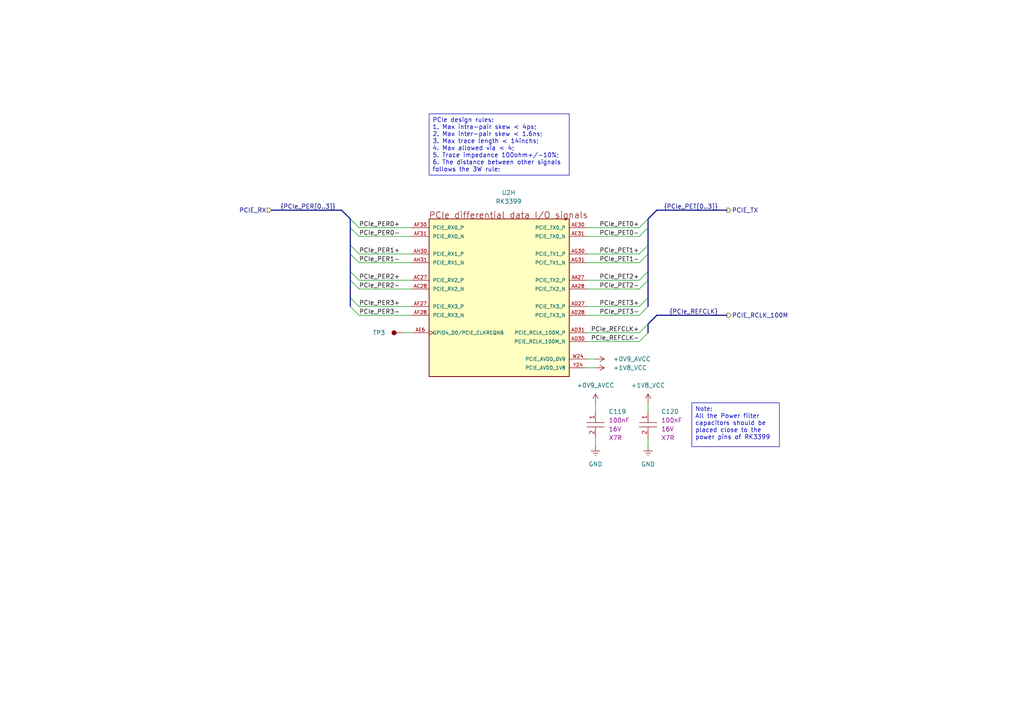
<source format=kicad_sch>
(kicad_sch (version 20250114) (generator "eeschema") (generator_version "9.0")
  (paper "A4")
  (title_block (title "CPU-RK3399 PCIe Controller") (date "2026-01-14") (rev "1.0.0") (company "TickLab") (comment 1 "VESA-SBC3399"))
  (lib_symbols
    (symbol "component_library:Capacitors/CL05B104KO5NNNC"
      (property "Reference" "C" (at 1.27 -1.27 0))
      (property "Capacitance" "100nF" (at 0 0 0))
      (property "Voltage - Rated" "16V" (at 0 0 0))
      (property "Temperature Coefficient" "X7R" (at 0 0 0))
      (symbol "Capacitors/CL05B104KO5NNNC_1_1"
        (pin passive line (at 0 0 270) (length 3.175) (name "") (number "1"))
        (pin passive line (at 0 -7.62 90) (length 3.175) (name "") (number "2"))
      )
    )
    (symbol "component_library:Mechanical/Test_Point" (pin_numbers (hide yes)) (pin_names (hide yes))
      (property "Reference" "TP" (at 0 4.445 0))
      (symbol "Mechanical/Test_Point_1_1"
        (pin passive line (at 0 0 90) (length 2.54) (name "TP") (number "TP"))
      )
    )
    (symbol "component_library:System On Chip (SoC)/RK3399" (pin_names (offset 1.016))
      (property "Reference" "U" (at -22.86 119.38 0))
      (property "Value" "RK3399" (at -18.4683 -124.354 0))
      (symbol "System On Chip (SoC)/RK3399_1_0"
        (text "Internal Logic Ground and Digital IO Ground" (at -30.48 116.84 0) (effects (font (size 1.7823 1.7823)) (justify left bottom)))
        (pin power_in line (at -20.32 114.3 0) (length 5.08) (name "VSS_1") (number "A1"))
        (pin power_in line (at -20.32 111.76 0) (length 5.08) (name "VSS_2") (number "A27"))
        (pin power_in line (at -20.32 109.22 0) (length 5.08) (name "VSS_3") (number "A31"))
        (pin power_in line (at -20.32 106.68 0) (length 5.08) (name "VSS_4") (number "AA3"))
        (pin power_in line (at -20.32 104.14 0) (length 5.08) (name "VSS_5") (number "AA5"))
        (pin power_in line (at -20.32 101.6 0) (length 5.08) (name "VSS_6") (number "AA9"))
        (pin power_in line (at -20.32 99.06 0) (length 5.08) (name "VSS_7") (number "AF18"))
        (pin power_in line (at -20.32 96.52 0) (length 5.08) (name "VSS_8") (number "Y3"))
        (pin power_in line (at -20.32 93.98 0) (length 5.08) (name "VSS_9") (number "AB9"))
        (pin power_in line (at -20.32 91.44 0) (length 5.08) (name "VSS_10") (number "AF20"))
        (pin power_in line (at -20.32 88.9 0) (length 5.08) (name "VSS_11") (number "AD22"))
        (pin power_in line (at -20.32 86.36 0) (length 5.08) (name "VSS_12") (number "AC22"))
        (pin power_in line (at -20.32 83.82 0) (length 5.08) (name "VSS_13") (number "AC20"))
        (pin power_in line (at -20.32 81.28 0) (length 5.08) (name "VSS_14") (number "AE23"))
        (pin power_in line (at -20.32 78.74 0) (length 5.08) (name "VSS_15") (number "Y10"))
        (pin power_in line (at -20.32 76.2 0) (length 5.08) (name "VSS_16") (number "AC3"))
        (pin power_in line (at -20.32 73.66 0) (length 5.08) (name "VSS_17") (number "AD3"))
        (pin power_in line (at -20.32 71.12 0) (length 5.08) (name "VSS_18") (number "AD5"))
        (pin power_in line (at -20.32 68.58 0) (length 5.08) (name "VSS_19") (number "AD10"))
        (pin power_in line (at -20.32 66.04 0) (length 5.08) (name "VSS_20") (number "AF9"))
        (pin power_in line (at -20.32 63.5 0) (length 5.08) (name "VSS_21") (number "AG2"))
        (pin power_in line (at -20.32 60.96 0) (length 5.08) (name "VSS_22") (number "AJ5"))
        (pin power_in line (at -20.32 58.42 0) (length 5.08) (name "VSS_23") (number "AL1"))
        (pin power_in line (at -20.32 55.88 0) (length 5.08) (name "VSS_24") (number "B5"))
        (pin power_in line (at -20.32 53.34 0) (length 5.08) (name "VSS_25") (number "C8"))
        (pin power_in line (at -20.32 50.8 0) (length 5.08) (name "VSS_26") (number "C9"))
        (pin power_in line (at -20.32 48.26 0) (length 5.08) (name "VSS_27") (number "C11"))
        (pin power_in line (at -20.32 45.72 0) (length 5.08) (name "VSS_28") (number "C12"))
        (pin power_in line (at -20.32 43.18 0) (length 5.08) (name "VSS_29") (number "C14"))
        (pin power_in line (at -20.32 40.64 0) (length 5.08) (name "VSS_30") (number "C15"))
        (pin power_in line (at -20.32 38.1 0) (length 5.08) (name "VSS_31") (number "C17"))
        (pin power_in line (at -20.32 35.56 0) (length 5.08) (name "VSS_32") (number "C18"))
        (pin power_in line (at -20.32 33.02 0) (length 5.08) (name "VSS_33") (number "C20"))
        (pin power_in line (at -20.32 30.48 0) (length 5.08) (name "VSS_34") (number "C21"))
        (pin power_in line (at -20.32 27.94 0) (length 5.08) (name "VSS_35") (number "C23"))
        (pin power_in line (at -20.32 25.4 0) (length 5.08) (name "VSS_36") (number "C24"))
        (pin power_in line (at -20.32 22.86 0) (length 5.08) (name "VSS_37") (number "C26"))
        (pin power_in line (at -20.32 20.32 0) (length 5.08) (name "VSS_38") (number "D5"))
        (pin power_in line (at -20.32 17.78 0) (length 5.08) (name "VSS_39") (number "E2"))
        (pin power_in line (at -20.32 15.24 0) (length 5.08) (name "VSS_40") (number "E4"))
        (pin power_in line (at -20.32 12.7 0) (length 5.08) (name "VSS_41") (number "E7"))
        (pin power_in line (at -20.32 10.16 0) (length 5.08) (name "VSS_42") (number "E12"))
        (pin power_in line (at -20.32 7.62 0) (length 5.08) (name "VSS_43") (number "E15"))
        (pin power_in line (at -20.32 5.08 0) (length 5.08) (name "VSS_44") (number "E18"))
        (pin power_in line (at -20.32 2.54 0) (length 5.08) (name "VSS_45") (number "E21"))
        (pin power_in line (at -20.32 0 0) (length 5.08) (name "VSS_46") (number "E24"))
        (pin power_in line (at -20.32 -2.54 0) (length 5.08) (name "VSS_47") (number "E31"))
        (pin power_in line (at -20.32 -5.08 0) (length 5.08) (name "VSS_48") (number "F8"))
        (pin power_in line (at -20.32 -7.62 0) (length 5.08) (name "VSS_49") (number "F15"))
        (pin power_in line (at -20.32 -10.16 0) (length 5.08) (name "VSS_50") (number "F18"))
        (pin power_in line (at -20.32 -12.7 0) (length 5.08) (name "VSS_51") (number "F20"))
        (pin power_in line (at -20.32 -15.24 0) (length 5.08) (name "VSS_52") (number "F21"))
        (pin power_in line (at -20.32 -17.78 0) (length 5.08) (name "VSS_53") (number "G5"))
        (pin power_in line (at -20.32 -20.32 0) (length 5.08) (name "VSS_54") (number "G9"))
        (pin power_in line (at -20.32 -22.86 0) (length 5.08) (name "VSS_55") (number "G18"))
        (pin power_in line (at -20.32 -25.4 0) (length 5.08) (name "VSS_56") (number "G27"))
        (pin power_in line (at -20.32 -27.94 0) (length 5.08) (name "VSS_57") (number "H3"))
        (pin power_in line (at -20.32 -30.48 0) (length 5.08) (name "VSS_58") (number "H9"))
        (pin power_in line (at -20.32 -33.02 0) (length 5.08) (name "VSS_59") (number "H10"))
        (pin power_in line (at -20.32 -35.56 0) (length 5.08) (name "VSS_60") (number "H11"))
        (pin power_in line (at -20.32 -38.1 0) (length 5.08) (name "VSS_61") (number "H12"))
        (pin power_in line (at -20.32 -40.64 0) (length 5.08) (name "VSS_62") (number "H13"))
        (pin power_in line (at -20.32 -43.18 0) (length 5.08) (name "VSS_63") (number "H15"))
        (pin power_in line (at -20.32 -45.72 0) (length 5.08) (name "VSS_64") (number "H16"))
        (pin power_in line (at -20.32 -48.26 0) (length 5.08) (name "VSS_65") (number "H17"))
        (pin power_in line (at -20.32 -50.8 0) (length 5.08) (name "VSS_66") (number "H18"))
        (pin power_in line (at -20.32 -53.34 0) (length 5.08) (name "VSS_67") (number "H26"))
        (pin power_in line (at -20.32 -55.88 0) (length 5.08) (name "VSS_68") (number "J3"))
        (pin power_in line (at -20.32 -58.42 0) (length 5.08) (name "VSS_69") (number "J6"))
        (pin power_in line (at -20.32 -60.96 0) (length 5.08) (name "VSS_70") (number "J7"))
        (pin power_in line (at -20.32 -63.5 0) (length 5.08) (name "VSS_71") (number "J8"))
        (pin power_in line (at -20.32 -66.04 0) (length 5.08) (name "VSS_72") (number "J9"))
        (pin power_in line (at -20.32 -68.58 0) (length 5.08) (name "VSS_73") (number "J10"))
        (pin power_in line (at -20.32 -71.12 0) (length 5.08) (name "VSS_74") (number "K8"))
        (pin power_in line (at -20.32 -73.66 0) (length 5.08) (name "VSS_75") (number "K9"))
        (pin power_in line (at -20.32 -76.2 0) (length 5.08) (name "VSS_76") (number "K10"))
        (pin power_in line (at -20.32 -78.74 0) (length 5.08) (name "VSS_77") (number "K12"))
        (pin power_in line (at -20.32 -81.28 0) (length 5.08) (name "VSS_78") (number "K14"))
        (pin power_in line (at -20.32 -83.82 0) (length 5.08) (name "VSS_79") (number "K16"))
        (pin power_in line (at -20.32 -86.36 0) (length 5.08) (name "VSS_80") (number "K18"))
        (pin power_in line (at -20.32 -88.9 0) (length 5.08) (name "VSS_81") (number "W21"))
        (pin power_in line (at -20.32 -91.44 0) (length 5.08) (name "VSS_82") (number "K20"))
        (pin power_in line (at -20.32 -93.98 0) (length 5.08) (name "VSS_83") (number "N19"))
        (pin power_in line (at -20.32 -96.52 0) (length 5.08) (name "VSS_84") (number "K22"))
        (pin power_in line (at -20.32 -99.06 0) (length 5.08) (name "VSS_85") (number "L3"))
        (pin power_in line (at -20.32 -101.6 0) (length 5.08) (name "VSS_86") (number "L6"))
        (pin power_in line (at -20.32 -104.14 0) (length 5.08) (name "VSS_87") (number "L8"))
        (pin power_in line (at -20.32 -106.68 0) (length 5.08) (name "VSS_88") (number "L11"))
        (pin power_in line (at -20.32 -109.22 0) (length 5.08) (name "VSS_89") (number "L12"))
        (pin power_in line (at -20.32 -111.76 0) (length 5.08) (name "VSS_90") (number "L13"))
        (pin power_in line (at 20.32 114.3 180) (length 5.08) (name "VSS_91") (number "L14"))
        (pin power_in line (at 20.32 111.76 180) (length 5.08) (name "VSS_92") (number "L15"))
        (pin power_in line (at 20.32 109.22 180) (length 5.08) (name "VSS_93") (number "L16"))
        (pin power_in line (at 20.32 106.68 180) (length 5.08) (name "VSS_94") (number "N17"))
        (pin power_in line (at 20.32 104.14 180) (length 5.08) (name "VSS_95") (number "Y17"))
        (pin power_in line (at 20.32 101.6 180) (length 5.08) (name "VSS_96") (number "L20"))
        (pin power_in line (at 20.32 99.06 180) (length 5.08) (name "VSS_97") (number "L22"))
        (pin power_in line (at 20.32 96.52 180) (length 5.08) (name "VSS_98") (number "N21"))
        (pin power_in line (at 20.32 93.98 180) (length 5.08) (name "VSS_99") (number "L27"))
        (pin power_in line (at 20.32 91.44 180) (length 5.08) (name "VSS_100") (number "M3"))
        (pin power_in line (at 20.32 88.9 180) (length 5.08) (name "VSS_101") (number "M8"))
        (pin power_in line (at 20.32 86.36 180) (length 5.08) (name "VSS_102") (number "M10"))
        (pin power_in line (at 20.32 83.82 180) (length 5.08) (name "VSS_103") (number "M16"))
        (pin power_in line (at 20.32 81.28 180) (length 5.08) (name "VSS_104") (number "M23"))
        (pin power_in line (at 20.32 78.74 180) (length 5.08) (name "VSS_105") (number "N8"))
        (pin power_in line (at 20.32 76.2 180) (length 5.08) (name "VSS_106") (number "P11"))
        (pin power_in line (at 20.32 73.66 180) (length 5.08) (name "VSS_107") (number "P12"))
        (pin power_in line (at 20.32 71.12 180) (length 5.08) (name "VSS_108") (number "N13"))
        (pin power_in line (at 20.32 68.58 180) (length 5.08) (name "VSS_109") (number "N14"))
        (pin power_in line (at 20.32 66.04 180) (length 5.08) (name "VSS_110") (number "N15"))
        (pin power_in line (at 20.32 63.5 180) (length 5.08) (name "VSS_111") (number "N16"))
        (pin power_in line (at 20.32 60.96 180) (length 5.08) (name "VSS_112") (number "P3"))
        (pin power_in line (at 20.32 58.42 180) (length 5.08) (name "VSS_113") (number "P6"))
        (pin power_in line (at 20.32 55.88 180) (length 5.08) (name "VSS_114") (number "P7"))
        (pin power_in line (at 20.32 53.34 180) (length 5.08) (name "VSS_115") (number "P8"))
        (pin power_in line (at 20.32 50.8 180) (length 5.08) (name "VSS_116") (number "P10"))
        (pin power_in line (at 20.32 48.26 180) (length 5.08) (name "VSS_117") (number "P16"))
        (pin power_in line (at 20.32 45.72 180) (length 5.08) (name "VSS_118") (number "Y16"))
        (pin power_in line (at 20.32 43.18 180) (length 5.08) (name "VSS_119") (number "P19"))
        (pin power_in line (at 20.32 40.64 180) (length 5.08) (name "VSS_120") (number "R21"))
        (pin power_in line (at 20.32 38.1 180) (length 5.08) (name "VSS_121") (number "P21"))
        (pin power_in line (at 20.32 35.56 180) (length 5.08) (name "VSS_122") (number "T19"))
        (pin power_in line (at 20.32 33.02 180) (length 5.08) (name "VSS_123") (number "R3"))
        (pin power_in line (at 20.32 30.48 180) (length 5.08) (name "VSS_124") (number "R5"))
        (pin power_in line (at 20.32 27.94 180) (length 5.08) (name "VSS_125") (number "R6"))
        (pin power_in line (at 20.32 25.4 180) (length 5.08) (name "VSS_126") (number "U11"))
        (pin power_in line (at 20.32 22.86 180) (length 5.08) (name "VSS_127") (number "U12"))
        (pin power_in line (at 20.32 20.32 180) (length 5.08) (name "VSS_128") (number "W13"))
        (pin power_in line (at 20.32 17.78 180) (length 5.08) (name "VSS_129") (number "R14"))
        (pin power_in line (at 20.32 15.24 180) (length 5.08) (name "VSS_130") (number "R15"))
        (pin power_in line (at 20.32 12.7 180) (length 5.08) (name "VSS_131") (number "R16"))
        (pin power_in line (at 20.32 10.16 180) (length 5.08) (name "VSS_132") (number "AC21"))
        (pin power_in line (at 20.32 7.62 180) (length 5.08) (name "VSS_133") (number "R23"))
        (pin power_in line (at 20.32 5.08 180) (length 5.08) (name "VSS_134") (number "T8"))
        (pin power_in line (at 20.32 2.54 180) (length 5.08) (name "VSS_135") (number "T10"))
        (pin power_in line (at 20.32 0 180) (length 5.08) (name "VSS_136") (number "Y12"))
        (pin power_in line (at 20.32 -2.54 180) (length 5.08) (name "VSS_137") (number "U14"))
        (pin power_in line (at 20.32 -5.08 180) (length 5.08) (name "VSS_138") (number "T16"))
        (pin power_in line (at 20.32 -7.62 180) (length 5.08) (name "VSS_139") (number "T21"))
        (pin power_in line (at 20.32 -10.16 180) (length 5.08) (name "VSS_140") (number "AB19"))
        (pin power_in line (at 20.32 -12.7 180) (length 5.08) (name "VSS_141") (number "U3"))
        (pin power_in line (at 20.32 -15.24 180) (length 5.08) (name "VSS_142") (number "U8"))
        (pin power_in line (at 20.32 -17.78 180) (length 5.08) (name "VSS_143") (number "U15"))
        (pin power_in line (at 20.32 -20.32 180) (length 5.08) (name "VSS_144") (number "U16"))
        (pin power_in line (at 20.32 -22.86 180) (length 5.08) (name "VSS_145") (number "AC18"))
        (pin power_in line (at 20.32 -25.4 180) (length 5.08) (name "VSS_146") (number "U19"))
        (pin power_in line (at 20.32 -27.94 180) (length 5.08) (name "VSS_147") (number "U21"))
        (pin power_in line (at 20.32 -30.48 180) (length 5.08) (name "VSS_148") (number "V17"))
        (pin power_in line (at 20.32 -33.02 180) (length 5.08) (name "VSS_149") (number "U22"))
        (pin power_in line (at 20.32 -35.56 180) (length 5.08) (name "VSS_150") (number "U29"))
        (pin power_in line (at 20.32 -38.1 180) (length 5.08) (name "VSS_151") (number "V3"))
        (pin power_in line (at 20.32 -40.64 180) (length 5.08) (name "VSS_152") (number "V5"))
        (pin power_in line (at 20.32 -43.18 180) (length 5.08) (name "VSS_153") (number "V8"))
        (pin power_in line (at 20.32 -45.72 180) (length 5.08) (name "VSS_154") (number "V10"))
        (pin power_in line (at 20.32 -48.26 180) (length 5.08) (name "VSS_155") (number "Y11"))
        (pin power_in line (at 20.32 -50.8 180) (length 5.08) (name "VSS_156") (number "Y14"))
        (pin power_in line (at 20.32 -53.34 180) (length 5.08) (name "VSS_157") (number "Y15"))
        (pin power_in line (at 20.32 -55.88 180) (length 5.08) (name "VSS_158") (number "W22"))
        (pin power_in line (at 20.32 -58.42 180) (length 5.08) (name "VSS_159") (number "W17"))
        (pin power_in line (at 20.32 -60.96 180) (length 5.08) (name "VSS_160") (number "W30"))
        (pin power_in line (at 20.32 -63.5 180) (length 5.08) (name "VSS_161") (number "W8"))
        (pin power_in line (at 20.32 -66.04 180) (length 5.08) (name "VSS_162") (number "W9"))
        (pin power_in line (at 20.32 -68.58 180) (length 5.08) (name "VSS_163") (number "AD21"))
        (pin power_in line (at 20.32 -71.12 180) (length 5.08) (name "VSS_164") (number "Y13"))
        (pin power_in line (at 20.32 -73.66 180) (length 5.08) (name "VSS_165") (number "R18"))
        (pin power_in line (at 20.32 -76.2 180) (length 5.08) (name "VSS_166") (number "Y9"))
        (pin power_in line (at 20.32 -78.74 180) (length 5.08) (name "VSS_167") (number "W19"))
        (pin power_in line (at 20.32 -81.28 180) (length 5.08) (name "VSS_168") (number "T18"))
        (pin power_in line (at 20.32 -83.82 180) (length 5.08) (name "VSS_169") (number "W18"))
        (pin power_in line (at 20.32 -86.36 180) (length 5.08) (name "VSS_170") (number "Y20"))
        (pin power_in line (at 20.32 -88.9 180) (length 5.08) (name "VSS_171") (number "AJ28"))
        (pin power_in line (at 20.32 -91.44 180) (length 5.08) (name "VSS_172") (number "AJ21"))
        (pin power_in line (at 20.32 -93.98 180) (length 5.08) (name "VSS_173") (number "AJ23"))
        (pin power_in line (at 20.32 -96.52 180) (length 5.08) (name "VSS_174") (number "AJ24"))
        (pin power_in line (at 20.32 -99.06 180) (length 5.08) (name "VSS_175") (number "AJ26"))
        (pin power_in line (at 20.32 -101.6 180) (length 5.08) (name "VSS_176") (number "AJ27"))
        (pin power_in line (at 20.32 -104.14 180) (length 5.08) (name "VSS_177") (number "AA13"))
        (pin power_in line (at 20.32 -106.68 180) (length 5.08) (name "VSS_178") (number "AL31"))
        (pin power_in line (at 20.32 -109.22 180) (length 5.08) (name "VSS_179") (number "AA10"))
        (pin power_in line (at 20.32 -111.76 180) (length 5.08) (name "VSS_180") (number "AJ20"))
      )
      (symbol "System On Chip (SoC)/RK3399_2_0"
        (text "Analog Ground" (at -15.3236 48.4013 0) (effects (font (size 1.784 1.784)) (justify left bottom)))
        (pin power_in line (at -20.32 43.18 0) (length 5.08) (name "AVSS_1") (number "Y23"))
        (pin power_in line (at -20.32 40.64 0) (length 5.08) (name "AVSS_2") (number "AF23"))
        (pin power_in line (at -20.32 38.1 0) (length 5.08) (name "AVSS_3") (number "AF24"))
        (pin power_in line (at -20.32 35.56 0) (length 5.08) (name "AVSS_4") (number "AA23"))
        (pin power_in line (at -20.32 33.02 0) (length 5.08) (name "AVSS_5") (number "AB23"))
        (pin power_in line (at -20.32 30.48 0) (length 5.08) (name "AVSS_6") (number "AA26"))
        (pin power_in line (at -20.32 27.94 0) (length 5.08) (name "AVSS_7") (number "AA29"))
        (pin power_in line (at -20.32 25.4 0) (length 5.08) (name "AVSS_8") (number "AB11"))
        (pin power_in line (at -20.32 22.86 0) (length 5.08) (name "AVSS_9") (number "AB13"))
        (pin power_in line (at -20.32 20.32 0) (length 5.08) (name "AVSS_10") (number "AC15"))
        (pin power_in line (at -20.32 17.78 0) (length 5.08) (name "AVSS_11") (number "AD13"))
        (pin power_in line (at -20.32 15.24 0) (length 5.08) (name "AVSS_12") (number "AB10"))
        (pin power_in line (at -20.32 12.7 0) (length 5.08) (name "AVSS_13") (number "AA11"))
        (pin power_in line (at -20.32 10.16 0) (length 5.08) (name "AVSS_14") (number "AC26"))
        (pin power_in line (at -20.32 7.62 0) (length 5.08) (name "AVSS_15") (number "AC29"))
        (pin power_in line (at -20.32 5.08 0) (length 5.08) (name "AVSS_16") (number "AD17"))
        (pin power_in line (at -20.32 2.54 0) (length 5.08) (name "AVSS_17") (number "AA12"))
        (pin power_in line (at -20.32 0 0) (length 5.08) (name "AVSS_18") (number "AC16"))
        (pin power_in line (at -20.32 -2.54 0) (length 5.08) (name "AVSS_19") (number "AC23"))
        (pin power_in line (at -20.32 -5.08 0) (length 5.08) (name "AVSS_20") (number "AD29"))
        (pin power_in line (at -20.32 -7.62 0) (length 5.08) (name "AVSS_21") (number "AE11"))
        (pin power_in line (at -20.32 -10.16 0) (length 5.08) (name "AVSS_22") (number "AE12"))
        (pin power_in line (at -20.32 -12.7 0) (length 5.08) (name "AVSS_23") (number "AE14"))
        (pin power_in line (at -20.32 -15.24 0) (length 5.08) (name "AVSS_24") (number "AE17"))
        (pin power_in line (at -20.32 -17.78 0) (length 5.08) (name "AVSS_25") (number "AE27"))
        (pin power_in line (at -20.32 -20.32 0) (length 5.08) (name "AVSS_26") (number "AA14"))
        (pin power_in line (at -20.32 -22.86 0) (length 5.08) (name "AVSS_27") (number "AF17"))
        (pin power_in line (at -20.32 -25.4 0) (length 5.08) (name "AVSS_28") (number "AF29"))
        (pin power_in line (at -20.32 -27.94 0) (length 5.08) (name "AVSS_29") (number "AG29"))
        (pin power_in line (at -20.32 -30.48 0) (length 5.08) (name "AVSS_30") (number "AH29"))
        (pin power_in line (at -20.32 -33.02 0) (length 5.08) (name "AVSS_31") (number "AJ6"))
        (pin power_in line (at -20.32 -35.56 0) (length 5.08) (name "AVSS_32") (number "AJ8"))
        (pin power_in line (at -20.32 -38.1 0) (length 5.08) (name "AVSS_33") (number "AJ9"))
        (pin power_in line (at -20.32 -40.64 0) (length 5.08) (name "AVSS_34") (number "AJ11"))
        (pin power_in line (at -20.32 -43.18 0) (length 5.08) (name "AVSS_35") (number "AJ12"))
        (pin power_in line (at 20.32 43.18 180) (length 5.08) (name "AVSS_36") (number "AJ14"))
        (pin power_in line (at 20.32 40.64 180) (length 5.08) (name "AVSS_37") (number "AJ15"))
        (pin power_in line (at 20.32 38.1 180) (length 5.08) (name "AVSS_38") (number "AJ17"))
        (pin power_in line (at 20.32 35.56 180) (length 5.08) (name "AVSS_39") (number "AJ18"))
        (pin power_in line (at 20.32 33.02 180) (length 5.08) (name "AVSS_40") (number "AD26"))
        (pin power_in line (at 20.32 30.48 180) (length 5.08) (name "AVSS_41") (number "AB16"))
        (pin power_in line (at 20.32 27.94 180) (length 5.08) (name "AVSS_42") (number "AB15"))
        (pin power_in line (at 20.32 25.4 180) (length 5.08) (name "AVSS_43") (number "AC17"))
        (pin power_in line (at 20.32 22.86 180) (length 5.08) (name "AVSS_44") (number "AC11"))
        (pin power_in line (at 20.32 20.32 180) (length 5.08) (name "AVSS_45") (number "AC13"))
        (pin power_in line (at 20.32 17.78 180) (length 5.08) (name "AVSS_46") (number "W23"))
        (pin power_in line (at 20.32 15.24 180) (length 5.08) (name "AVSS_47") (number "AJ29"))
        (pin power_in line (at 20.32 12.7 180) (length 5.08) (name "AVSS_48") (number "Y29"))
        (pin power_in line (at 20.32 10.16 180) (length 5.08) (name "AVSS_49") (number "U23"))
        (pin power_in line (at 20.32 7.62 180) (length 5.08) (name "AVSS_50") (number "V23"))
        (pin power_in line (at 20.32 5.08 180) (length 5.08) (name "AVSS_51") (number "AC25"))
        (pin power_in line (at 20.32 2.54 180) (length 5.08) (name "AVSS_52") (number "AB17"))
        (pin power_in line (at 20.32 0 180) (length 5.08) (name "AVSS_53") (number "AA15"))
        (pin power_in line (at 20.32 -7.62 180) (length 5.08) (name "EDP_AVSS_1") (number "B31"))
        (pin power_in line (at 20.32 -10.16 180) (length 5.08) (name "EDP_AVSS_2") (number "C28"))
        (pin power_in line (at 20.32 -12.7 180) (length 5.08) (name "EDP_AVSS_3") (number "C29"))
        (pin power_in line (at 20.32 -15.24 180) (length 5.08) (name "EDP_AVSS_4") (number "D29"))
        (pin power_in line (at 20.32 -17.78 180) (length 5.08) (name "EDP_AVSS_5") (number "H19"))
        (pin power_in line (at 20.32 -20.32 180) (length 5.08) (name "EDP_AVSS_6") (number "J21"))
        (pin power_in line (at 20.32 -30.48 180) (length 5.08) (name "PLL_AVSS") (number "P17"))
      )
      (symbol "System On Chip (SoC)/RK3399_3_0"
        (text "Internal Center Logic Power" (at -17.78 7.62 0) (effects (font (size 1.7808 1.7808)) (justify left bottom)))
        (pin power_in line (at -25.4 5.08 0) (length 5.08) (name "CENTERLOGIC_VDD_1") (number "M11"))
        (pin power_in line (at -25.4 2.54 0) (length 5.08) (name "CENTERLOGIC_VDD_2") (number "M12"))
        (pin power_in line (at -25.4 0 0) (length 5.08) (name "CENTERLOGIC_VDD_3") (number "M13"))
        (pin power_in line (at -25.4 -2.54 0) (length 5.08) (name "CENTERLOGIC_VDD_4") (number "M14"))
        (pin power_in line (at -25.4 -5.08 0) (length 5.08) (name "CENTERLOGIC_VDD_5") (number "M15"))
        (pin power_in line (at 25.4 5.08 180) (length 5.08) (name "CENTERLOGIC_VDD_6") (number "N11"))
        (pin power_in line (at 25.4 2.54 180) (length 5.08) (name "CENTERLOGIC_VDD_7") (number "N12"))
        (pin power_in line (at 25.4 0 180) (length 5.08) (name "CENTERLOGIC_VDD_8") (number "P13"))
        (pin power_in line (at 25.4 -2.54 180) (length 5.08) (name "CENTERLOGIC_VDD_9") (number "P14"))
        (pin power_in line (at 25.4 -5.08 180) (length 5.08) (name "CENTERLOGIC_VDD_10") (number "P15"))
      )
      (symbol "System On Chip (SoC)/RK3399_4_0"
        (text "Internal GPU Power" (at -15.3324 15.3417 0) (effects (font (size 1.7843 1.7843)) (justify left bottom)))
        (pin power_in line (at -20.32 12.7 0) (length 5.08) (name "GPU_VDD_1") (number "W11"))
        (pin power_in line (at -20.32 10.16 0) (length 5.08) (name "GPU_VDD_2") (number "W12"))
        (pin power_in line (at -20.32 7.62 0) (length 5.08) (name "GPU_VDD_3") (number "W14"))
        (pin power_in line (at -20.32 5.08 0) (length 5.08) (name "GPU_VDD_4") (number "V15"))
        (pin power_in line (at -20.32 2.54 0) (length 5.08) (name "GPU_VDD_5") (number "V14"))
        (pin power_in line (at -20.32 0 0) (length 5.08) (name "GPU_VDD_6") (number "V13"))
        (pin power_in line (at -20.32 -2.54 0) (length 5.08) (name "GPU_VDD_7") (number "U13"))
        (pin power_in line (at -20.32 -5.08 0) (length 5.08) (name "GPU_VDD_8") (number "R11"))
        (pin power_in line (at -20.32 -7.62 0) (length 5.08) (name "GPU_VDD_9") (number "R12"))
        (pin power_in line (at -20.32 -10.16 0) (length 5.08) (name "GPU_VDD_10") (number "T11"))
        (pin power_in line (at 20.32 12.7 180) (length 5.08) (name "GPU_VDD_11") (number "T12"))
        (pin power_in line (at 20.32 10.16 180) (length 5.08) (name "GPU_VDD_12") (number "T13"))
        (pin power_in line (at 20.32 7.62 180) (length 5.08) (name "GPU_VDD_13") (number "R13"))
        (pin power_in line (at 20.32 5.08 180) (length 5.08) (name "GPU_VDD_14") (number "T14"))
        (pin power_in line (at 20.32 2.54 180) (length 5.08) (name "GPU_VDD_15") (number "V11"))
        (pin power_in line (at 20.32 0 180) (length 5.08) (name "GPU_VDD_16") (number "V12"))
        (pin power_in line (at 20.32 -2.54 180) (length 5.08) (name "GPU_VDD_17") (number "V16"))
        (pin power_in line (at 20.32 -5.08 180) (length 5.08) (name "GPU_VDD_18") (number "W16"))
        (pin power_in line (at 20.32 -7.62 180) (length 5.08) (name "GPU_VDD_19") (number "W15"))
        (pin power_in line (at 20.32 -10.16 180) (length 5.08) (name "GPU_VDD_20") (number "W10"))
        (pin power_out line (at 20.32 -12.7 180) (length 5.08) (name "GPU_VDD_COM") (number "T15"))
      )
      (symbol "System On Chip (SoC)/RK3399_5_0"
        (text "Internal BIG CPU A72 Power" (at -17.78 10.16 0) (effects (font (size 1.7837 1.7837)) (justify left bottom)))
        (pin power_in line (at -20.32 7.62 0) (length 5.08) (name "BIGCPU_VDD_1") (number "L19"))
        (pin power_in line (at -20.32 5.08 0) (length 5.08) (name "BIGCPU_VDD_2") (number "L21"))
        (pin power_in line (at -20.32 2.54 0) (length 5.08) (name "BIGCPU_VDD_3") (number "M18"))
        (pin power_in line (at -20.32 0 0) (length 5.08) (name "BIGCPU_VDD_4") (number "M19"))
        (pin power_in line (at -20.32 -2.54 0) (length 5.08) (name "BIGCPU_VDD_5") (number "M20"))
        (pin power_in line (at -20.32 -5.08 0) (length 5.08) (name "BIGCPU_VDD_6") (number "M21"))
        (pin power_in line (at -20.32 -7.62 0) (length 5.08) (name "BIGCPU_VDD_7") (number "M22"))
        (pin power_in line (at 20.32 7.62 180) (length 5.08) (name "BIGCPU_VDD_8") (number "L18"))
        (pin power_in line (at 20.32 5.08 180) (length 5.08) (name "BIGCPU_VDD_9") (number "N22"))
        (pin power_in line (at 20.32 2.54 180) (length 5.08) (name "BIGCPU_VDD_10") (number "N20"))
        (pin power_in line (at 20.32 0 180) (length 5.08) (name "BIGCPU_VDD_11") (number "L23"))
        (pin power_in line (at 20.32 -2.54 180) (length 5.08) (name "BIGCPU_VDD_12") (number "K19"))
        (pin power_in line (at 20.32 -5.08 180) (length 5.08) (name "BIGCPU_VDD_13") (number "K21"))
        (pin power_out line (at 20.32 -7.62 180) (length 5.08) (name "BIGCPU_VDD_COM") (number "N18"))
      )
      (symbol "System On Chip (SoC)/RK3399_6_0"
        (text "Internal Logic Power" (at -15.24 10.16 0) (effects (font (size 1.7838 1.7838)) (justify left bottom)))
        (pin power_in line (at -20.32 7.62 0) (length 5.08) (name "LOGIC_VDD_1") (number "V22"))
        (pin power_in line (at -20.32 5.08 0) (length 5.08) (name "LOGIC_VDD_2") (number "V21"))
        (pin power_in line (at -20.32 2.54 0) (length 5.08) (name "LOGIC_VDD_3") (number "V20"))
        (pin power_in line (at -20.32 0 0) (length 5.08) (name "LOGIC_VDD_4") (number "V19"))
        (pin power_in line (at -20.32 -2.54 0) (length 5.08) (name "LOGIC_VDD_5") (number "V18"))
        (pin power_in line (at -20.32 -5.08 0) (length 5.08) (name "LOGIC_VDD_6") (number "W20"))
        (pin power_in line (at 20.32 7.62 180) (length 5.08) (name "LOGIC_VDD_7") (number "U18"))
        (pin power_in line (at 20.32 5.08 180) (length 5.08) (name "LOGIC_VDD_8") (number "U17"))
        (pin power_in line (at 20.32 2.54 180) (length 5.08) (name "LOGIC_VDD_9") (number "M17"))
        (pin power_in line (at 20.32 0 180) (length 5.08) (name "LOGIC_VDD_10") (number "L17"))
        (pin power_in line (at 20.32 -2.54 180) (length 5.08) (name "LOGIC_VDD_11") (number "T17"))
        (pin power_in line (at 20.32 -5.08 180) (length 5.08) (name "LOGIC_VDD_12") (number "U20"))
      )
      (symbol "System On Chip (SoC)/RK3399_7_0"
        (text "Internal LITTLE CPU A53 Power" (at -20.4095 5.1351 0) (effects (font (size 1.7835 1.7835)) (justify left bottom)))
        (pin power_in line (at -20.32 2.54 0) (length 5.08) (name "LITCPU_VDD_1") (number "P20"))
        (pin power_in line (at -20.32 0 0) (length 5.08) (name "LITCPU_VDD_2") (number "R19"))
        (pin power_in line (at -20.32 -2.54 0) (length 5.08) (name "LITCPU_VDD_3") (number "R20"))
        (pin power_in line (at -20.32 -5.08 0) (length 5.08) (name "LITCPU_VDD_4") (number "P22"))
        (pin power_in line (at 20.32 2.54 180) (length 5.08) (name "LITCPU_VDD_5") (number "T22"))
        (pin power_in line (at 20.32 0 180) (length 5.08) (name "LITCPU_VDD_6") (number "T20"))
        (pin power_in line (at 20.32 -2.54 180) (length 5.08) (name "LITCPU_VDD_7") (number "R22"))
      )
      (symbol "System On Chip (SoC)/RK3399_8_0"
        (text "PCIe differential data I/O signals" (at -20.4082 22.9382 0) (effects (font (size 1.7834 1.7834)) (justify left bottom)))
        (pin input line (at -25.4 20.32 0) (length 5.08) (name "PCIE_RX0_P") (number "AF30"))
        (pin input line (at -25.4 17.78 0) (length 5.08) (name "PCIE_RX0_N") (number "AF31"))
        (pin input line (at -25.4 12.7 0) (length 5.08) (name "PCIE_RX1_P") (number "AH30"))
        (pin input line (at -25.4 10.16 0) (length 5.08) (name "PCIE_RX1_N") (number "AH31"))
        (pin input line (at -25.4 5.08 0) (length 5.08) (name "PCIE_RX2_P") (number "AC27"))
        (pin input line (at -25.4 2.54 0) (length 5.08) (name "PCIE_RX2_N") (number "AC28"))
        (pin input line (at -25.4 -2.54 0) (length 5.08) (name "PCIE_RX3_P") (number "AF27"))
        (pin input line (at -25.4 -5.08 0) (length 5.08) (name "PCIE_RX3_N") (number "AF28"))
        (pin input clock (at -25.4 -10.16 0) (length 5.08) (name "GPIO4_D0/PCIE_CLKREQNB") (number "AE6"))
        (pin output line (at 25.4 20.32 180) (length 5.08) (name "PCIE_TX0_P") (number "AE30"))
        (pin output line (at 25.4 17.78 180) (length 5.08) (name "PCIE_TX0_N") (number "AE31"))
        (pin output line (at 25.4 12.7 180) (length 5.08) (name "PCIE_TX1_P") (number "AG30"))
        (pin output line (at 25.4 10.16 180) (length 5.08) (name "PCIE_TX1_N") (number "AG31"))
        (pin output line (at 25.4 5.08 180) (length 5.08) (name "PCIE_TX2_P") (number "AA27"))
        (pin output line (at 25.4 2.54 180) (length 5.08) (name "PCIE_TX2_N") (number "AA28"))
        (pin output line (at 25.4 -2.54 180) (length 5.08) (name "PCIE_TX3_P") (number "AD27"))
        (pin output line (at 25.4 -5.08 180) (length 5.08) (name "PCIE_TX3_N") (number "AD28"))
        (pin output line (at 25.4 -10.16 180) (length 5.08) (name "PCIE_RCLK_100M_P") (number "AD31"))
        (pin output line (at 25.4 -12.7 180) (length 5.08) (name "PCIE_RCLK_100M_N") (number "AD30"))
        (pin power_in line (at 25.4 -17.78 180) (length 5.08) (name "PCIE_AVDD_0V9") (number "W24"))
        (pin power_in line (at 25.4 -20.32 180) (length 5.08) (name "PCIE_AVDD_1V8") (number "Y24"))
      )
      (symbol "System On Chip (SoC)/RK3399_9_0"
        (text "DDRC0" (at -20.4006 73.8062 0) (effects (font (size 1.7827 1.7827)) (justify left bottom)))
        (pin bidirectional line (at -25.4 71.12 0) (length 5.08) (name "DDR0_DQ0") (number "AB2"))
        (pin bidirectional line (at -25.4 68.58 0) (length 5.08) (name "DDR0_DQ1") (number "AB1"))
        (pin bidirectional line (at -25.4 66.04 0) (length 5.08) (name "DDR0_DQ2") (number "AA2"))
        (pin bidirectional line (at -25.4 63.5 0) (length 5.08) (name "DDR0_DQ3") (number "AA1"))
        (pin bidirectional line (at -25.4 60.96 0) (length 5.08) (name "DDR0_DQ4") (number "Y2"))
        (pin bidirectional line (at -25.4 58.42 0) (length 5.08) (name "DDR0_DQ5") (number "Y1"))
        (pin bidirectional line (at -25.4 55.88 0) (length 5.08) (name "DDR0_DQ6") (number "W1"))
        (pin bidirectional line (at -25.4 53.34 0) (length 5.08) (name "DDR0_DQ7") (number "W2"))
        (pin bidirectional line (at -25.4 50.8 0) (length 5.08) (name "DDR0_DQ8") (number "AF2"))
        (pin bidirectional line (at -25.4 48.26 0) (length 5.08) (name "DDR0_DQ9") (number "AE2"))
        (pin bidirectional line (at -25.4 45.72 0) (length 5.08) (name "DDR0_DQ10") (number "AF1"))
        (pin bidirectional line (at -25.4 43.18 0) (length 5.08) (name "DDR0_DQ11") (number "AD2"))
        (pin bidirectional line (at -25.4 40.64 0) (length 5.08) (name "DDR0_DQ12") (number "AE1"))
        (pin bidirectional line (at -25.4 38.1 0) (length 5.08) (name "DDR0_DQ13") (number "AD1"))
        (pin bidirectional line (at -25.4 35.56 0) (length 5.08) (name "DDR0_DQ14") (number "AC1"))
        (pin bidirectional line (at -25.4 33.02 0) (length 5.08) (name "DDR0_DQ15") (number "AC2"))
        (pin bidirectional line (at -25.4 30.48 0) (length 5.08) (name "DDR0_DQ16") (number "V1"))
        (pin bidirectional line (at -25.4 27.94 0) (length 5.08) (name "DDR0_DQ17") (number "V2"))
        (pin bidirectional line (at -25.4 25.4 0) (length 5.08) (name "DDR0_DQ18") (number "U1"))
        (pin bidirectional line (at -25.4 22.86 0) (length 5.08) (name "DDR0_DQ19") (number "U2"))
        (pin bidirectional line (at -25.4 20.32 0) (length 5.08) (name "DDR0_DQ20") (number "T1"))
        (pin bidirectional line (at -25.4 17.78 0) (length 5.08) (name "DDR0_DQ21") (number "T2"))
        (pin bidirectional line (at -25.4 15.24 0) (length 5.08) (name "DDR0_DQ22") (number "R2"))
        (pin bidirectional line (at -25.4 12.7 0) (length 5.08) (name "DDR0_DQ23") (number "R1"))
        (pin bidirectional line (at -25.4 10.16 0) (length 5.08) (name "DDR0_DQ24") (number "P1"))
        (pin bidirectional line (at -25.4 7.62 0) (length 5.08) (name "DDR0_DQ25") (number "P2"))
        (pin bidirectional line (at -25.4 5.08 0) (length 5.08) (name "DDR0_DQ26") (number "N1"))
        (pin bidirectional line (at -25.4 2.54 0) (length 5.08) (name "DDR0_DQ27") (number "M1"))
        (pin bidirectional line (at -25.4 0 0) (length 5.08) (name "DDR0_DQ28") (number "N2"))
        (pin bidirectional line (at -25.4 -2.54 0) (length 5.08) (name "DDR0_DQ29") (number "L1"))
        (pin bidirectional line (at -25.4 -5.08 0) (length 5.08) (name "DDR0_DQ30") (number "M2"))
        (pin bidirectional line (at -25.4 -7.62 0) (length 5.08) (name "DDR0_DQ31") (number "L2"))
        (pin bidirectional line (at -25.4 -15.24 0) (length 5.08) (name "DDR0_DQS0P") (number "Y4"))
        (pin bidirectional line (at -25.4 -17.78 0) (length 5.08) (name "DDR0_DQS0N") (number "AA4"))
        (pin bidirectional line (at -25.4 -20.32 0) (length 5.08) (name "DDR0_DQS1P") (number "AC4"))
        (pin bidirectional line (at -25.4 -22.86 0) (length 5.08) (name "DDR0_DQS1N") (number "AD4"))
        (pin bidirectional line (at -25.4 -25.4 0) (length 5.08) (name "DDR0_DQS2P") (number "U4"))
        (pin bidirectional line (at -25.4 -27.94 0) (length 5.08) (name "DDR0_DQS2N") (number "V4"))
        (pin bidirectional line (at -25.4 -30.48 0) (length 5.08) (name "DDR0_DQS3P") (number "P4"))
        (pin bidirectional line (at -25.4 -33.02 0) (length 5.08) (name "DDR0_DQS3N") (number "R4"))
        (pin bidirectional line (at -25.4 -38.1 0) (length 5.08) (name "DDR0_PZQ") (number "R7"))
        (pin power_in line (at -25.4 -58.42 0) (length 5.08) (name "DDR0PLL_AVDD_0V9") (number "R8"))
        (pin power_in line (at -25.4 -60.96 0) (length 5.08) (name "DDR0_CLK_VDD") (number "M7"))
        (pin power_in line (at -25.4 -63.5 0) (length 5.08) (name "DDR0_VDD_1") (number "L9"))
        (pin power_in line (at -25.4 -66.04 0) (length 5.08) (name "DDR0_VDD_2") (number "L10"))
        (pin power_in line (at -25.4 -68.58 0) (length 5.08) (name "DDR0_VDD_3") (number "M9"))
        (pin power_in line (at -25.4 -71.12 0) (length 5.08) (name "DDR0_VDD_4") (number "N9"))
        (pin power_in line (at -25.4 -73.66 0) (length 5.08) (name "DDR0_VDD_5") (number "N10"))
        (pin power_in line (at -25.4 -76.2 0) (length 5.08) (name "DDR0_VDD_6") (number "P9"))
        (pin power_in line (at -25.4 -78.74 0) (length 5.08) (name "DDR0_VDD_7") (number "R9"))
        (pin output line (at 25.4 71.12 180) (length 5.08) (name "DDR0_CLK0P") (number "H4"))
        (pin output line (at 25.4 68.58 180) (length 5.08) (name "DDR0_CLK0N") (number "J4"))
        (pin output line (at 25.4 66.04 180) (length 5.08) (name "DDR0_CLK1P") (number "H5"))
        (pin output line (at 25.4 63.5 180) (length 5.08) (name "DDR0_CLK1N") (number "J5"))
        (pin output line (at 25.4 58.42 180) (length 5.08) (name "DDR0_RESETN") (number "L7"))
        (pin output line (at 25.4 55.88 180) (length 5.08) (name "DDR0_RASN") (number "F3"))
        (pin output line (at 25.4 53.34 180) (length 5.08) (name "DDR0_CASN") (number "H6"))
        (pin output line (at 25.4 45.72 180) (length 5.08) (name "DDR0_DM0") (number "Y5"))
        (pin output line (at 25.4 43.18 180) (length 5.08) (name "DDR0_DM1") (number "AC5"))
        (pin output line (at 25.4 40.64 180) (length 5.08) (name "DDR0_DM2") (number "U5"))
        (pin output line (at 25.4 38.1 180) (length 5.08) (name "DDR0_DM3") (number "P5"))
        (pin output line (at 25.4 33.02 180) (length 5.08) (name "DDR0_CSN0") (number "M6"))
        (pin output line (at 25.4 30.48 180) (length 5.08) (name "DDR0_CSN1") (number "B1"))
        (pin output line (at 25.4 27.94 180) (length 5.08) (name "DDR0_CSN2") (number "M5"))
        (pin output line (at 25.4 25.4 180) (length 5.08) (name "DDR0_CSN3") (number "C2"))
        (pin output line (at 25.4 22.86 180) (length 5.08) (name "DDR0_A0") (number "F2"))
        (pin output line (at 25.4 20.32 180) (length 5.08) (name "DDR0_A1") (number "F1"))
        (pin output line (at 25.4 17.78 180) (length 5.08) (name "DDR0_A2") (number "G1"))
        (pin output line (at 25.4 15.24 180) (length 5.08) (name "DDR0_A3") (number "G2"))
        (pin output line (at 25.4 12.7 180) (length 5.08) (name "DDR0_A4") (number "H2"))
        (pin output line (at 25.4 10.16 180) (length 5.08) (name "DDR0_A5") (number "H1"))
        (pin output line (at 25.4 7.62 180) (length 5.08) (name "DDR0_A6") (number "J1"))
        (pin output line (at 25.4 5.08 180) (length 5.08) (name "DDR0_A7") (number "J2"))
        (pin output line (at 25.4 2.54 180) (length 5.08) (name "DDR0_A8") (number "K2"))
        (pin output line (at 25.4 0 180) (length 5.08) (name "DDR0_A9") (number "K1"))
        (pin output line (at 25.4 -2.54 180) (length 5.08) (name "DDR0_A10") (number "D1"))
        (pin output line (at 25.4 -5.08 180) (length 5.08) (name "DDR0_A11") (number "E3"))
        (pin output line (at 25.4 -7.62 180) (length 5.08) (name "DDR0_A12") (number "C1"))
        (pin output line (at 25.4 -10.16 180) (length 5.08) (name "DDR0_A13") (number "D2"))
        (pin output line (at 25.4 -12.7 180) (length 5.08) (name "DDR0_A14") (number "D3"))
        (pin output line (at 25.4 -15.24 180) (length 5.08) (name "DDR0_A15") (number "H7"))
        (pin output line (at 25.4 -20.32 180) (length 5.08) (name "DDR0_ATB0") (number "U6"))
        (pin output line (at 25.4 -22.86 180) (length 5.08) (name "DDR0_ATB1") (number "U7"))
        (pin output line (at 25.4 -27.94 180) (length 5.08) (name "DDR0_BA0") (number "C3"))
        (pin output line (at 25.4 -30.48 180) (length 5.08) (name "DDR0_BA1") (number "F4"))
        (pin output line (at 25.4 -33.02 180) (length 5.08) (name "DDR0_BA2") (number "M4"))
        (pin output line (at 25.4 -38.1 180) (length 5.08) (name "DDR0_ODT0") (number "L4"))
        (pin output line (at 25.4 -40.64 180) (length 5.08) (name "DDR0_ODT1") (number "L5"))
        (pin output line (at 25.4 -45.72 180) (length 5.08) (name "DDR0_PLL_TESTOUT_P") (number "V6"))
        (pin output line (at 25.4 -48.26 180) (length 5.08) (name "DDR0_PLL_TESTOUT_N") (number "V7"))
        (pin output line (at 25.4 -53.34 180) (length 5.08) (name "DDR0_WEN") (number "G6"))
        (pin output line (at 25.4 -60.96 180) (length 5.08) (name "DDR0_CKE0") (number "E1"))
        (pin output line (at 25.4 -63.5 180) (length 5.08) (name "DDR0_CKE1") (number "F5"))
        (pin power_in line (at 25.4 -68.58 180) (length 5.08) (name "DDR0_VDD_8") (number "R10"))
        (pin power_in line (at 25.4 -71.12 180) (length 5.08) (name "DDR0_VDD_9") (number "T9"))
        (pin power_in line (at 25.4 -73.66 180) (length 5.08) (name "DDR0_VDD_10") (number "U9"))
        (pin power_in line (at 25.4 -76.2 180) (length 5.08) (name "DDR0_VDD_11") (number "U10"))
        (pin power_in line (at 25.4 -78.74 180) (length 5.08) (name "DDR0_VDD_12") (number "V9"))
      )
      (symbol "System On Chip (SoC)/RK3399_10_0"
        (text "DDRC1" (at -20.4001 73.8044 0) (effects (font (size 1.7827 1.7827)) (justify left bottom)))
        (pin bidirectional line (at -25.4 71.12 0) (length 5.08) (name "DDR1_DQ0") (number "B15"))
        (pin bidirectional line (at -25.4 68.58 0) (length 5.08) (name "DDR1_DQ1") (number "A15"))
        (pin bidirectional line (at -25.4 66.04 0) (length 5.08) (name "DDR1_DQ2") (number "B16"))
        (pin bidirectional line (at -25.4 63.5 0) (length 5.08) (name "DDR1_DQ3") (number "A16"))
        (pin bidirectional line (at -25.4 60.96 0) (length 5.08) (name "DDR1_DQ4") (number "B17"))
        (pin bidirectional line (at -25.4 58.42 0) (length 5.08) (name "DDR1_DQ5") (number "A17"))
        (pin bidirectional line (at -25.4 55.88 0) (length 5.08) (name "DDR1_DQ6") (number "A18"))
        (pin bidirectional line (at -25.4 53.34 0) (length 5.08) (name "DDR1_DQ7") (number "B18"))
        (pin bidirectional line (at -25.4 50.8 0) (length 5.08) (name "DDR1_DQ8") (number "B11"))
        (pin bidirectional line (at -25.4 48.26 0) (length 5.08) (name "DDR1_DQ9") (number "B12"))
        (pin bidirectional line (at -25.4 45.72 0) (length 5.08) (name "DDR1_DQ10") (number "A11"))
        (pin bidirectional line (at -25.4 43.18 0) (length 5.08) (name "DDR1_DQ11") (number "B13"))
        (pin bidirectional line (at -25.4 40.64 0) (length 5.08) (name "DDR1_DQ12") (number "A12"))
        (pin bidirectional line (at -25.4 38.1 0) (length 5.08) (name "DDR1_DQ13") (number "A13"))
        (pin bidirectional line (at -25.4 35.56 0) (length 5.08) (name "DDR1_DQ14") (number "A14"))
        (pin bidirectional line (at -25.4 33.02 0) (length 5.08) (name "DDR1_DQ15") (number "B14"))
        (pin bidirectional line (at -25.4 30.48 0) (length 5.08) (name "DDR1_DQ16") (number "A19"))
        (pin bidirectional line (at -25.4 27.94 0) (length 5.08) (name "DDR1_DQ17") (number "B19"))
        (pin bidirectional line (at -25.4 25.4 0) (length 5.08) (name "DDR1_DQ18") (number "A20"))
        (pin bidirectional line (at -25.4 22.86 0) (length 5.08) (name "DDR1_DQ19") (number "B20"))
        (pin bidirectional line (at -25.4 20.32 0) (length 5.08) (name "DDR1_DQ20") (number "A21"))
        (pin bidirectional line (at -25.4 17.78 0) (length 5.08) (name "DDR1_DQ21") (number "B21"))
        (pin bidirectional line (at -25.4 15.24 0) (length 5.08) (name "DDR1_DQ22") (number "B22"))
        (pin bidirectional line (at -25.4 12.7 0) (length 5.08) (name "DDR1_DQ23") (number "A22"))
        (pin bidirectional line (at -25.4 10.16 0) (length 5.08) (name "DDR1_DQ24") (number "A23"))
        (pin bidirectional line (at -25.4 7.62 0) (length 5.08) (name "DDR1_DQ25") (number "B23"))
        (pin bidirectional line (at -25.4 5.08 0) (length 5.08) (name "DDR1_DQ26") (number "A24"))
        (pin bidirectional line (at -25.4 2.54 0) (length 5.08) (name "DDR1_DQ27") (number "A25"))
        (pin bidirectional line (at -25.4 0 0) (length 5.08) (name "DDR1_DQ28") (number "B24"))
        (pin bidirectional line (at -25.4 -2.54 0) (length 5.08) (name "DDR1_DQ29") (number "A26"))
        (pin bidirectional line (at -25.4 -5.08 0) (length 5.08) (name "DDR1_DQ30") (number "B25"))
        (pin bidirectional line (at -25.4 -7.62 0) (length 5.08) (name "DDR1_DQ31") (number "B26"))
        (pin bidirectional line (at -25.4 -15.24 0) (length 5.08) (name "DDR1_DQS0P") (number "D18"))
        (pin bidirectional line (at -25.4 -17.78 0) (length 5.08) (name "DDR1_DQS0N") (number "D17"))
        (pin bidirectional line (at -25.4 -20.32 0) (length 5.08) (name "DDR1_DQS1P") (number "D15"))
        (pin bidirectional line (at -25.4 -22.86 0) (length 5.08) (name "DDR1_DQS1N") (number "D14"))
        (pin bidirectional line (at -25.4 -25.4 0) (length 5.08) (name "DDR1_DQS2P") (number "D21"))
        (pin bidirectional line (at -25.4 -27.94 0) (length 5.08) (name "DDR1_DQS2N") (number "D20"))
        (pin bidirectional line (at -25.4 -30.48 0) (length 5.08) (name "DDR1_DQS3P") (number "D24"))
        (pin bidirectional line (at -25.4 -33.02 0) (length 5.08) (name "DDR1_DQS3N") (number "D23"))
        (pin bidirectional line (at -25.4 -38.1 0) (length 5.08) (name "DDR1_PZQ") (number "G15"))
        (pin power_in line (at -25.4 -58.42 0) (length 5.08) (name "DDR1PLL_AVDD_0V9") (number "H14"))
        (pin power_in line (at -25.4 -60.96 0) (length 5.08) (name "DDR1_CLK_VDD") (number "G12"))
        (pin power_in line (at -25.4 -63.5 0) (length 5.08) (name "DDR1_VDD_1") (number "J11"))
        (pin power_in line (at -25.4 -66.04 0) (length 5.08) (name "DDR1_VDD_2") (number "J12"))
        (pin power_in line (at -25.4 -68.58 0) (length 5.08) (name "DDR1_VDD_3") (number "J13"))
        (pin power_in line (at -25.4 -71.12 0) (length 5.08) (name "DDR1_VDD_4") (number "J14"))
        (pin power_in line (at -25.4 -73.66 0) (length 5.08) (name "DDR1_VDD_5") (number "J15"))
        (pin power_in line (at -25.4 -76.2 0) (length 5.08) (name "DDR1_VDD_6") (number "J16"))
        (pin power_in line (at -25.4 -78.74 0) (length 5.08) (name "DDR1_VDD_7") (number "J17"))
        (pin output line (at 25.4 71.12 180) (length 5.08) (name "DDR1_CLK0P") (number "D9"))
        (pin output line (at 25.4 68.58 180) (length 5.08) (name "DDR1_CLK0N") (number "D8"))
        (pin output line (at 25.4 66.04 180) (length 5.08) (name "DDR1_CLK1P") (number "E9"))
        (pin output line (at 25.4 63.5 180) (length 5.08) (name "DDR1_CLK1N") (number "E8"))
        (pin output line (at 25.4 58.42 180) (length 5.08) (name "DDR1_RESETN") (number "G11"))
        (pin output line (at 25.4 55.88 180) (length 5.08) (name "DDR1_RASN") (number "C6"))
        (pin output line (at 25.4 53.34 180) (length 5.08) (name "DDR1_CASN") (number "F9"))
        (pin output line (at 25.4 45.72 180) (length 5.08) (name "DDR1_DM0") (number "E17"))
        (pin output line (at 25.4 43.18 180) (length 5.08) (name "DDR1_DM1") (number "E14"))
        (pin output line (at 25.4 40.64 180) (length 5.08) (name "DDR1_DM2") (number "E20"))
        (pin output line (at 25.4 38.1 180) (length 5.08) (name "DDR1_DM3") (number "E23"))
        (pin output line (at 25.4 33.02 180) (length 5.08) (name "DDR1_CSN0") (number "F12"))
        (pin output line (at 25.4 30.48 180) (length 5.08) (name "DDR1_CSN1") (number "A2"))
        (pin output line (at 25.4 27.94 180) (length 5.08) (name "DDR1_CSN2") (number "F11"))
        (pin output line (at 25.4 25.4 180) (length 5.08) (name "DDR1_CSN3") (number "B3"))
        (pin output line (at 25.4 22.86 180) (length 5.08) (name "DDR1_A0") (number "B10"))
        (pin output line (at 25.4 20.32 180) (length 5.08) (name "DDR1_A1") (number "A10"))
        (pin output line (at 25.4 17.78 180) (length 5.08) (name "DDR1_A2") (number "B9"))
        (pin output line (at 25.4 15.24 180) (length 5.08) (name "DDR1_A3") (number "A9"))
        (pin output line (at 25.4 12.7 180) (length 5.08) (name "DDR1_A4") (number "B8"))
        (pin output line (at 25.4 10.16 180) (length 5.08) (name "DDR1_A5") (number "A8"))
        (pin output line (at 25.4 7.62 180) (length 5.08) (name "DDR1_A6") (number "B7"))
        (pin output line (at 25.4 5.08 180) (length 5.08) (name "DDR1_A7") (number "A7"))
        (pin output line (at 25.4 2.54 180) (length 5.08) (name "DDR1_A8") (number "B6"))
        (pin output line (at 25.4 0 180) (length 5.08) (name "DDR1_A9") (number "A6"))
        (pin output line (at 25.4 -2.54 180) (length 5.08) (name "DDR1_A10") (number "A4"))
        (pin output line (at 25.4 -5.08 180) (length 5.08) (name "DDR1_A11") (number "C5"))
        (pin output line (at 25.4 -7.62 180) (length 5.08) (name "DDR1_A12") (number "A3"))
        (pin output line (at 25.4 -10.16 180) (length 5.08) (name "DDR1_A13") (number "B4"))
        (pin output line (at 25.4 -12.7 180) (length 5.08) (name "DDR1_A14") (number "C4"))
        (pin output line (at 25.4 -15.24 180) (length 5.08) (name "DDR1_A15") (number "G8"))
        (pin output line (at 25.4 -20.32 180) (length 5.08) (name "DDR1_ATB0") (number "F17"))
        (pin output line (at 25.4 -22.86 180) (length 5.08) (name "DDR1_ATB1") (number "G17"))
        (pin output line (at 25.4 -27.94 180) (length 5.08) (name "DDR1_BA0") (number "B2"))
        (pin output line (at 25.4 -30.48 180) (length 5.08) (name "DDR1_BA1") (number "D6"))
        (pin output line (at 25.4 -33.02 180) (length 5.08) (name "DDR1_BA2") (number "D12"))
        (pin output line (at 25.4 -38.1 180) (length 5.08) (name "DDR1_ODT0") (number "D11"))
        (pin output line (at 25.4 -40.64 180) (length 5.08) (name "DDR1_ODT1") (number "E11"))
        (pin output line (at 25.4 -45.72 180) (length 5.08) (name "DDR1_PLL_TESTOUT_P") (number "F14"))
        (pin output line (at 25.4 -48.26 180) (length 5.08) (name "DDR1_PLL_TESTOUT_N") (number "G14"))
        (pin output line (at 25.4 -53.34 180) (length 5.08) (name "DDR1_WEN") (number "F7"))
        (pin output line (at 25.4 -60.96 180) (length 5.08) (name "DDR1_CKE0") (number "A5"))
        (pin output line (at 25.4 -63.5 180) (length 5.08) (name "DDR1_CKE1") (number "E6"))
        (pin power_in line (at 25.4 -68.58 180) (length 5.08) (name "DDR1_VDD_8") (number "J18"))
        (pin power_in line (at 25.4 -71.12 180) (length 5.08) (name "DDR1_VDD_9") (number "K11"))
        (pin power_in line (at 25.4 -73.66 180) (length 5.08) (name "DDR1_VDD_10") (number "K13"))
        (pin power_in line (at 25.4 -76.2 180) (length 5.08) (name "DDR1_VDD_11") (number "K15"))
        (pin power_in line (at 25.4 -78.74 180) (length 5.08) (name "DDR1_VDD_12") (number "K17"))
      )
      (symbol "System On Chip (SoC)/RK3399_11_0"
        (text "MISC" (at -30.602 30.5873 0) (effects (font (size 1.7843 1.7843)) (justify left bottom)))
        (pin input line (at -35.56 27.94 0) (length 5.08) (name "NPOR") (number "T30"))
        (pin input line (at -35.56 25.4 0) (length 5.08) (name "XIN_OSC") (number "Y31"))
        (pin output line (at -35.56 12.7 0) (length 5.08) (name "XOUT_OSC") (number "Y30"))
        (pin bidirectional line (at -35.56 7.62 0) (length 5.08) (name "GPIO4_D2") (number "AH3"))
        (pin bidirectional line (at -35.56 5.08 0) (length 5.08) (name "GPIO4_D3") (number "AK3"))
        (pin bidirectional line (at -35.56 2.54 0) (length 5.08) (name "GPIO4_D4") (number "AH5"))
        (pin bidirectional line (at -35.56 0 0) (length 5.08) (name "GPIO4_D5") (number "AJ3"))
        (pin bidirectional line (at -35.56 -2.54 0) (length 5.08) (name "GPIO4_D6") (number "AG4"))
        (pin bidirectional line (at -35.56 -7.62 0) (length 5.08) (name "USIC_STROBE") (number "AJ30"))
        (pin bidirectional line (at -35.56 -10.16 0) (length 5.08) (name "USIC_DATA") (number "AJ31"))
        (pin power_in line (at -35.56 -12.7 0) (length 5.08) (name "USIC_AVDD_1V2") (number "AD24"))
        (pin power_in line (at -35.56 -15.24 0) (length 5.08) (name "USIC_AVDD_0V9") (number "AD25"))
        (pin passive line (at -35.56 -20.32 0) (length 5.08) (name "EFUSE") (number "AD23"))
        (pin bidirectional line (at -35.56 -25.4 0) (length 5.08) (name "NC") (number "AA19"))
        (pin bidirectional line (at -35.56 -25.4 0) (length 5.08) (hide yes) (name "NC") (number "AA20"))
        (pin bidirectional line (at -35.56 -25.4 0) (length 5.08) (hide yes) (name "NC") (number "AA22"))
        (pin bidirectional line (at -35.56 -25.4 0) (length 5.08) (hide yes) (name "NC") (number "AB20"))
        (pin bidirectional line (at -35.56 -25.4 0) (length 5.08) (hide yes) (name "NC") (number "AB22"))
        (pin bidirectional line (at -35.56 -25.4 0) (length 5.08) (hide yes) (name "NC") (number "AC12"))
        (pin bidirectional line (at -35.56 -25.4 0) (length 5.08) (hide yes) (name "NC") (number "AC14"))
        (pin bidirectional line (at -35.56 -25.4 0) (length 5.08) (hide yes) (name "NC") (number "AD11"))
        (pin bidirectional line (at -35.56 -25.4 0) (length 5.08) (hide yes) (name "NC") (number "AD12"))
        (pin bidirectional line (at -35.56 -25.4 0) (length 5.08) (hide yes) (name "NC") (number "AD14"))
        (pin bidirectional line (at -35.56 -25.4 0) (length 5.08) (hide yes) (name "NC") (number "AD15"))
        (pin input line (at 35.56 27.94 180) (length 5.08) (name "GPIO0_A0/TEST_CLKOUT0/CLK32K_IN") (number "U31"))
        (pin output line (at 35.56 25.4 180) (length 5.08) (name "GPIO1_A5/AP_PWROFF") (number "R30"))
        (pin output line (at 35.56 22.86 180) (length 5.08) (name "GPIO0_A2/WIFI_26MHZ") (number "N24"))
        (pin output line (at 35.56 20.32 180) (length 5.08) (name "GPIO4_C5/SPDIF_TX") (number "AK1"))
        (pin bidirectional line (at 35.56 15.24 180) (length 5.08) (name "DFTJTAG_TMS") (number "AA24"))
        (pin bidirectional line (at 35.56 12.7 180) (length 5.08) (name "DFTJTAG_TRSTN") (number "AB24"))
        (pin bidirectional line (at 35.56 7.62 180) (length 5.08) (name "GPIO0_B2") (number "W31"))
        (pin bidirectional line (at 35.56 5.08 180) (length 5.08) (name "GPIO0_B3") (number "U30"))
        (pin bidirectional line (at 35.56 2.54 180) (length 5.08) (name "GPIO1_B5") (number "M24"))
        (pin bidirectional line (at 35.56 -2.54 180) (length 5.08) (name "GPIO4_D1/DP_HOTPLUG") (number "AK4"))
        (pin bidirectional line (at 35.56 -7.62 180) (length 5.08) (name "GPIO1_C6/TCPD_VBUS_SOURCE0") (number "L25"))
        (pin bidirectional line (at 35.56 -10.16 180) (length 5.08) (name "GPIO1_D0/TCPD_VBUS_SOURCE2") (number "L26"))
        (pin bidirectional line (at 35.56 -12.7 180) (length 5.08) (name "GPIO1_C7/TCPD_VBUS_SOURCE1") (number "M31"))
        (pin bidirectional line (at 35.56 -15.24 180) (length 5.08) (name "GPIO0_B5/TCPD_VBUS_FDIS/TCPD_VBUS_SOURCE3") (number "P24"))
        (pin bidirectional line (at 35.56 -17.78 180) (length 5.08) (name "GPIO0_B4/TCPD_VBUS_BDIS") (number "V26"))
        (pin bidirectional line (at 35.56 -22.86 180) (length 5.08) (name "GPIO0_B1/PMUIO2_VOLSEL") (number "V30"))
        (pin bidirectional line (at 35.56 -27.94 180) (length 5.08) (name "GPIO0_A1/DDRIO_PWROFF/TCPD_CCDB_EN") (number "R29"))
      )
      (symbol "System On Chip (SoC)/RK3399_12_0"
        (text "SDMMC" (at -33.02 12.7 0) (effects (font (size 1.783 1.783)) (justify left bottom)))
        (pin input line (at -38.1 10.16 0) (length 5.08) (name "GPIO0_B0/SDMMC0_WRPT/TEST_CLKOUT2") (number "U28"))
        (pin bidirectional line (at -38.1 5.08 0) (length 5.08) (name "GPIO4_B0/SDMMC0_D0/UART2A_RX") (number "Y27"))
        (pin bidirectional line (at -38.1 2.54 0) (length 5.08) (name "GPIO4_B1/SDMMC0_D1/UART2A_TX") (number "Y26"))
        (pin bidirectional line (at -38.1 0 0) (length 5.08) (name "GPIO4_B2/SDMMC0_D2/APJTAG_TCK") (number "Y28"))
        (pin bidirectional line (at -38.1 -2.54 0) (length 5.08) (name "GPIO4_B3/SDMMC0_D3/APJTAG_TMS") (number "U27"))
        (pin bidirectional line (at -38.1 -5.08 0) (length 5.08) (name "GPIO4_B5/SDMMC0_CMD/MCUJTAG_TMS") (number "V25"))
        (pin output line (at 40.64 10.16 180) (length 5.08) (name "GPIO4_B4/SDMMC0_CLKOUT/MUCJTAG_TCK") (number "V29"))
        (pin input line (at 40.64 5.08 180) (length 5.08) (name "GPIO0_A7/SDMMC0_DET") (number "V28"))
        (pin output line (at 40.64 -2.54 180) (length 5.08) (name "SDMMC0_VDDPST") (number "U26"))
        (pin power_in line (at 40.64 -5.08 180) (length 5.08) (name "SDMMC0_VDD") (number "T23"))
      )
      (symbol "System On Chip (SoC)/RK3399_13_0"
        (text "SDIO" (at -28.0968 10.2205 0) (effects (font (size 1.7845 1.7845)) (justify left bottom)))
        (pin bidirectional line (at -33.02 7.62 0) (length 5.08) (name "GPIO2_C4/SDIO0_D0/SPI5_RXD") (number "AD8"))
        (pin bidirectional line (at -33.02 5.08 0) (length 5.08) (name "GPIO2_C5/SDIO0_D1/SPI5_TXD") (number "AK5"))
        (pin bidirectional line (at -33.02 2.54 0) (length 5.08) (name "GPIO2_C6/SDIO0_D2/SPI5_CLK") (number "AG7"))
        (pin bidirectional line (at -33.02 0 0) (length 5.08) (name "GPIO2_C7/SDIO0_D3/SPI5_CSN0") (number "AE8"))
        (pin bidirectional line (at -33.02 -2.54 0) (length 5.08) (name "GPIO2_D0/SDIO0_CMD") (number "AH6"))
        (pin bidirectional line (at -33.02 -5.08 0) (length 5.08) (name "GPIO2_D1/SDIO0_CLKOUT/TEST_CLKOUT1") (number "AF7"))
        (pin bidirectional line (at -33.02 -10.16 0) (length 5.08) (name "GPIO2_D2/SDIO0_DETN/PCIE_CLKREQN") (number "AL4"))
        (pin bidirectional line (at 33.02 7.62 180) (length 5.08) (name "GPIO0_A3/SDIO0_WRPT") (number "V31"))
        (pin bidirectional line (at 33.02 2.54 180) (length 5.08) (name "GPIO2_D3/SDIO0_PWREN") (number "AD9"))
        (pin bidirectional line (at 33.02 -2.54 180) (length 5.08) (name "GPIO0_A4/SDIO0_INTN") (number "AA25"))
        (pin bidirectional line (at 33.02 -7.62 180) (length 5.08) (name "GPIO2_D4/SDIO0_BKPWR") (number "AF8"))
      )
      (symbol "System On Chip (SoC)/RK3399_14_0"
        (text "eMMC" (at -22.9583 15.3075 0) (effects (font (size 1.7838 1.7838)) (justify left bottom)))
        (pin bidirectional line (at -27.94 5.08 0) (length 5.08) (name "EMMC_D0") (number "J28"))
        (pin bidirectional line (at -27.94 2.54 0) (length 5.08) (name "EMMC_D1") (number "J29"))
        (pin bidirectional line (at -27.94 0 0) (length 5.08) (name "EMMC_D2") (number "J30"))
        (pin bidirectional line (at -27.94 -2.54 0) (length 5.08) (name "EMMC_D3") (number "J25"))
        (pin bidirectional line (at -27.94 -5.08 0) (length 5.08) (name "EMMC_D4") (number "J26"))
        (pin bidirectional line (at -27.94 -7.62 0) (length 5.08) (name "EMMC_D5") (number "J27"))
        (pin bidirectional line (at -27.94 -10.16 0) (length 5.08) (name "EMMC_D6") (number "L31"))
        (pin bidirectional line (at -27.94 -12.7 0) (length 5.08) (name "EMMC_D7") (number "K30"))
        (pin output line (at 27.94 12.7 180) (length 5.08) (name "EMMC_CLK") (number "L28"))
        (pin bidirectional line (at 27.94 10.16 180) (length 5.08) (name "EMMC_CMD") (number "J31"))
        (pin bidirectional line (at 27.94 7.62 180) (length 5.08) (name "EMMC_STRB") (number "K31"))
        (pin bidirectional line (at 27.94 2.54 180) (length 5.08) (name "GPIO0_A5/EMMC_PWRON") (number "V27"))
        (pin power_in line (at 27.94 -2.54 180) (length 5.08) (name "EMMC_VDD_1V8") (number "K24"))
        (pin power_in line (at 27.94 -5.08 180) (length 5.08) (name "EMMC_COREDLL_0V9") (number "L24"))
        (pin bidirectional line (at 27.94 -10.16 180) (length 5.08) (name "EMMC_CALIO") (number "L29"))
        (pin output line (at 27.94 -12.7 180) (length 5.08) (name "EMMC_TP") (number "L30"))
      )
      (symbol "System On Chip (SoC)/RK3399_15_0"
        (text "USB 2.0" (at -12.7 12.7 0) (effects (font (size 1.7829 1.7829)) (justify left bottom)))
        (pin input line (at -17.78 2.54 0) (length 5.08) (name "USB0_RBIAS") (number "AC31"))
        (pin input line (at -17.78 -10.16 0) (length 5.08) (name "USB1_RBIAS") (number "AC30"))
        (pin bidirectional line (at 17.78 10.16 180) (length 5.08) (name "USB0_DP") (number "AB30"))
        (pin bidirectional line (at 17.78 7.62 180) (length 5.08) (name "USB0_DN") (number "AB31"))
        (pin bidirectional line (at 17.78 -2.54 180) (length 5.08) (name "USB1_DP") (number "AA30"))
        (pin bidirectional line (at 17.78 -5.08 180) (length 5.08) (name "USB1_DN") (number "AA31"))
        (pin power_in line (at 17.78 -15.24 180) (length 5.08) (name "USB_AVDD_0V9") (number "V24"))
        (pin power_in line (at 17.78 -17.78 180) (length 5.08) (name "USB_AVDD_1V8") (number "U24"))
        (pin power_in line (at 17.78 -20.32 180) (length 5.08) (name "USB_AVDD_3V3") (number "Y25"))
      )
      (symbol "System On Chip (SoC)/RK3399_15_1"
        (text "USB 2.0 PHY0" (at -5.08 7.62 0) (effects (font (size 1.27 1.27))))
        (text "USB 2.0 PHY1" (at -5.08 -5.08 0) (effects (font (size 1.27 1.27))))
      )
      (symbol "System On Chip (SoC)/RK3399_16_0"
        (text "USB 3.0" (at -28.07 50.9806 0) (effects (font (size 1.7852 1.7852)) (justify left bottom)))
        (pin bidirectional line (at -33.02 48.26 0) (length 5.08) (name "TYPEC0_DP") (number "AG23"))
        (pin bidirectional line (at -33.02 45.72 0) (length 5.08) (name "TYPEC0_DN") (number "AH23"))
        (pin input line (at -33.02 43.18 0) (length 5.08) (name "TYPEC0_ID") (number "AL30"))
        (pin output line (at -33.02 38.1 0) (length 5.08) (name "TYPEC0_TX1P") (number "AL22"))
        (pin output line (at -33.02 35.56 0) (length 5.08) (name "TYPEC0_TX1M") (number "AK22"))
        (pin bidirectional line (at -33.02 33.02 0) (length 5.08) (name "TYPEC0_RX1P") (number "AK21"))
        (pin bidirectional line (at -33.02 30.48 0) (length 5.08) (name "TYPEC0_RX1M") (number "AL21"))
        (pin output line (at -33.02 25.4 0) (length 5.08) (name "TYPEC0_TX2P") (number "AL24"))
        (pin output line (at -33.02 22.86 0) (length 5.08) (name "TYPEC0_TX2M") (number "AK24"))
        (pin bidirectional line (at -33.02 20.32 0) (length 5.08) (name "TYPEC0_RX2P") (number "AK23"))
        (pin bidirectional line (at -33.02 17.78 0) (length 5.08) (name "TYPEC0_RX2M") (number "AL23"))
        (pin output line (at -33.02 12.7 0) (length 5.08) (name "TYPEC0_RCLKP") (number "AE18"))
        (pin output line (at -33.02 10.16 0) (length 5.08) (name "TYPEC0_RCLKM") (number "AD18"))
        (pin bidirectional line (at -33.02 5.08 0) (length 5.08) (name "TYPEC0_CC1") (number "AH18"))
        (pin bidirectional line (at -33.02 2.54 0) (length 5.08) (name "TYPEC0_CC2") (number "AH20"))
        (pin bidirectional line (at -33.02 -2.54 0) (length 5.08) (name "TYPEC0_AUXP") (number "AK20"))
        (pin bidirectional line (at -33.02 -5.08 0) (length 5.08) (name "TYPEC0_AUXM") (number "AL20"))
        (pin bidirectional line (at -33.02 -10.16 0) (length 5.08) (name "TYPEC0_AUXP_PD_PU") (number "AH17"))
        (pin bidirectional line (at -33.02 -12.7 0) (length 5.08) (name "TYPEC0_AUXM_PU_PD") (number "AG17"))
        (pin input line (at -33.02 -17.78 0) (length 5.08) (name "TYPEC0_REXT") (number "AG18"))
        (pin input line (at -33.02 -20.32 0) (length 5.08) (name "TYPEC0_REXT_CC") (number "AG20"))
        (pin bidirectional line (at -33.02 -25.4 0) (length 5.08) (name "TYPEC0_U2VBUSDET") (number "AK30"))
        (pin input line (at -33.02 -27.94 0) (length 5.08) (name "TYPEC0_U3VBUSDET") (number "AD19"))
        (pin bidirectional line (at 33.02 48.26 180) (length 5.08) (name "TYPEC1_DP") (number "AG24"))
        (pin bidirectional line (at 33.02 45.72 180) (length 5.08) (name "TYPEC1_DN") (number "AH24"))
        (pin input line (at 33.02 43.18 180) (length 5.08) (name "TYPEC1_ID") (number "AE26"))
        (pin output line (at 33.02 38.1 180) (length 5.08) (name "TYPEC1_TX1P") (number "AL26"))
        (pin output line (at 33.02 35.56 180) (length 5.08) (name "TYPEC1_TX1M") (number "AK26"))
        (pin bidirectional line (at 33.02 33.02 180) (length 5.08) (name "TYPEC1_RX1P") (number "AK25"))
        (pin bidirectional line (at 33.02 30.48 180) (length 5.08) (name "TYPEC1_RX1M") (number "AL25"))
        (pin output line (at 33.02 25.4 180) (length 5.08) (name "TYPEC1_TX2P") (number "AL28"))
        (pin output line (at 33.02 22.86 180) (length 5.08) (name "TYPEC1_TX2M") (number "AK28"))
        (pin bidirectional line (at 33.02 20.32 180) (length 5.08) (name "TYPEC1_RX2P") (number "AK27"))
        (pin bidirectional line (at 33.02 17.78 180) (length 5.08) (name "TYPEC1_RX2M") (number "AL27"))
        (pin output line (at 33.02 12.7 180) (length 5.08) (name "TYPEC1_RCLKM") (number "AD20"))
        (pin output line (at 33.02 10.16 180) (length 5.08) (name "TYPEC1_RCLKP") (number "AE20"))
        (pin bidirectional line (at 33.02 5.08 180) (length 5.08) (name "TYPEC1_CC1") (number "AH21"))
        (pin bidirectional line (at 33.02 2.54 180) (length 5.08) (name "TYPEC1_CC2") (number "AF21"))
        (pin bidirectional line (at 33.02 -2.54 180) (length 5.08) (name "TYPEC1_AUXP") (number "AK29"))
        (pin bidirectional line (at 33.02 -5.08 180) (length 5.08) (name "TYPEC1_AUXM") (number "AL29"))
        (pin bidirectional line (at 33.02 -10.16 180) (length 5.08) (name "TYPEC1_AUXP_PD_PU") (number "AE24"))
        (pin bidirectional line (at 33.02 -12.7 180) (length 5.08) (name "TYPEC1_AUXM_PU_PD") (number "AF25"))
        (pin input line (at 33.02 -17.78 180) (length 5.08) (name "TYPEC1_REXT") (number "AE21"))
        (pin input line (at 33.02 -20.32 180) (length 5.08) (name "TYPEC1_REXT_CC") (number "AG21"))
        (pin bidirectional line (at 33.02 -25.4 180) (length 5.08) (name "TYPEC1_U2VBUSDET") (number "AK31"))
        (pin input line (at 33.02 -27.94 180) (length 5.08) (name "TYPEC1_U3VBUSDET") (number "AC19"))
        (pin power_in line (at 33.02 -38.1 180) (length 5.08) (name "TYPEC0_AVDD_0V9_1") (number "Y19"))
        (pin power_in line (at 33.02 -40.64 180) (length 5.08) (name "TYPEC0_AVDD_0V9_2") (number "Y18"))
        (pin power_in line (at 33.02 -43.18 180) (length 5.08) (name "TYPEC1_AVDD_0V9_1") (number "Y21"))
        (pin power_in line (at 33.02 -45.72 180) (length 5.08) (name "TYPEC1_AVDD_0V9_2") (number "Y22"))
        (pin power_in line (at 33.02 -48.26 180) (length 5.08) (name "TYPEC0_AVDD_1V8") (number "AA18"))
        (pin power_in line (at 33.02 -50.8 180) (length 5.08) (name "TYPEC1_AVDD_1V8") (number "AA21"))
        (pin power_in line (at 33.02 -53.34 180) (length 5.08) (name "TYPEC0_AVDD_3V3") (number "AB18"))
        (pin power_in line (at 33.02 -55.88 180) (length 5.08) (name "TYPEC1_AVDD_3V3") (number "AB21"))
      )
      (symbol "System On Chip (SoC)/RK3399_16_1"
        (text "USB 3.0 PHY0" (at -10.16 7.62 0) (effects (font (size 1.27 1.27))))
        (text "USB 3.0 PHY1" (at 10.16 7.62 0) (effects (font (size 1.27 1.27))))
      )
      (symbol "System On Chip (SoC)/RK3399_17_0"
        (text "eDP" (at -22.932 17.8281 0) (effects (font (size 1.7813 1.7813)) (justify left bottom)))
        (pin bidirectional line (at -27.94 10.16 0) (length 5.08) (name "EDP_DC_TP") (number "G20"))
        (pin input line (at -27.94 5.08 0) (length 5.08) (name "EDP_REXT") (number "G21"))
        (pin input line (at -27.94 2.54 0) (length 5.08) (name "EDP_CLK24M_IN") (number "H21"))
        (pin bidirectional line (at -27.94 -5.08 0) (length 5.08) (name "EDP_AUXP") (number "B28"))
        (pin bidirectional line (at -27.94 -7.62 0) (length 5.08) (name "EDP_AUXN") (number "A28"))
        (pin bidirectional line (at -27.94 -12.7 0) (length 5.08) (name "GPIO4_C7/HDMI_CECINOUT/EDP_HOTPLUG") (number "AD7"))
        (pin power_in line (at 27.94 15.24 180) (length 5.08) (name "EDP_AVDD_0V9") (number "H20"))
        (pin power_in line (at 27.94 12.7 180) (length 5.08) (name "EDP_AVDD_1V8_1") (number "J19"))
        (pin power_in line (at 27.94 10.16 180) (length 5.08) (name "EDP_AVDD_1V8_2") (number "J20"))
        (pin output line (at 27.94 5.08 180) (length 5.08) (name "EDP_TX0P") (number "B29"))
        (pin output line (at 27.94 2.54 180) (length 5.08) (name "EDP_TX0N") (number "A29"))
        (pin output line (at 27.94 0 180) (length 5.08) (name "EDP_TX1P") (number "B30"))
        (pin output line (at 27.94 -2.54 180) (length 5.08) (name "EDP_TX1N") (number "A30"))
        (pin output line (at 27.94 -5.08 180) (length 5.08) (name "EDP_TX2P") (number "C30"))
        (pin output line (at 27.94 -7.62 180) (length 5.08) (name "EDP_TX2N") (number "C31"))
        (pin output line (at 27.94 -10.16 180) (length 5.08) (name "EDP_TX3P") (number "D30"))
        (pin output line (at 27.94 -12.7 180) (length 5.08) (name "EDP_TX3N") (number "D31"))
      )
      (symbol "System On Chip (SoC)/RK3399_18_0"
        (text "HDMI" (at -12.7 15.24 0) (effects (font (size 1.7859 1.7859)) (justify left bottom)))
        (pin bidirectional line (at -17.78 10.16 0) (length 5.08) (name "HDMI_TCP") (number "AK16"))
        (pin bidirectional line (at -17.78 7.62 0) (length 5.08) (name "HDMI_TCN") (number "AL16"))
        (pin bidirectional line (at -17.78 -2.54 0) (length 5.08) (name "HDMI_HPD") (number "AE15"))
        (pin bidirectional line (at -17.78 -5.08 0) (length 5.08) (name "HDMI_REXT") (number "AF15"))
        (pin output line (at 20.32 12.7 180) (length 5.08) (name "HDMI_TX0P") (number "AK17"))
        (pin output line (at 20.32 10.16 180) (length 5.08) (name "HDMI_TX0N") (number "AL17"))
        (pin output line (at 20.32 7.62 180) (length 5.08) (name "HDMI_TX1P") (number "AK18"))
        (pin output line (at 20.32 5.08 180) (length 5.08) (name "HDMI_TX1N") (number "AL18"))
        (pin output line (at 20.32 2.54 180) (length 5.08) (name "HDMI_TX2P") (number "AK19"))
        (pin output line (at 20.32 0 180) (length 5.08) (name "HDMI_TX2N") (number "AL19"))
        (pin power_in line (at 20.32 -5.08 180) (length 5.08) (name "HDMI_AVDD_0V9_1") (number "AA16"))
        (pin power_in line (at 20.32 -7.62 180) (length 5.08) (name "HDMI_AVDD_0V9_2") (number "AA17"))
        (pin power_in line (at 20.32 -10.16 180) (length 5.08) (name "HDMI_AVDD_1V8") (number "AD16"))
      )
      (symbol "System On Chip (SoC)/RK3399_19_0"
        (text "MIPI DSI" (at -17.9148 12.7825 0) (effects (font (size 1.7867 1.7867)) (justify left bottom)))
        (pin bidirectional line (at -22.86 10.16 0) (length 5.08) (name "MIPI_TX0_D0N") (number "AH15"))
        (pin bidirectional line (at -22.86 7.62 0) (length 5.08) (name "MIPI_TX0_D0P") (number "AG15"))
        (pin bidirectional line (at -22.86 5.08 0) (length 5.08) (name "MIPI_TX0_D1N") (number "AH14"))
        (pin bidirectional line (at -22.86 2.54 0) (length 5.08) (name "MIPI_TX0_D1P") (number "AG14"))
        (pin bidirectional line (at -22.86 0 0) (length 5.08) (name "MIPI_TX0_D2N") (number "AH11"))
        (pin bidirectional line (at -22.86 -2.54 0) (length 5.08) (name "MIPI_TX0_D2P") (number "AG11"))
        (pin bidirectional line (at -22.86 -5.08 0) (length 5.08) (name "MIPI_TX0_D3N") (number "AH9"))
        (pin bidirectional line (at -22.86 -7.62 0) (length 5.08) (name "MIPI_TX0_D3P") (number "AG9"))
        (pin bidirectional line (at 22.86 10.16 180) (length 5.08) (name "MIPI_TX0_CLKP") (number "AG12"))
        (pin bidirectional line (at 22.86 7.62 180) (length 5.08) (name "MIPI_TX0_CLKN") (number "AH12"))
        (pin bidirectional line (at 22.86 5.08 180) (length 5.08) (name "MIPI_TX0_REXT") (number "AF12"))
        (pin power_in line (at 22.86 -7.62 180) (length 5.08) (name "MIPI_TX0_AVDD_1V8") (number "AB12"))
      )
      (symbol "System On Chip (SoC)/RK3399_20_0"
        (text "MIPI CSI" (at -17.874 12.7598 0) (effects (font (size 1.7835 1.7835)) (justify left bottom)))
        (pin bidirectional line (at -22.86 10.16 0) (length 5.08) (name "MIPI_RX0_D0P") (number "AK15"))
        (pin bidirectional line (at -22.86 7.62 0) (length 5.08) (name "MIPI_RX0_D0N") (number "AL15"))
        (pin bidirectional line (at -22.86 5.08 0) (length 5.08) (name "MIPI_RX0_D1P") (number "AK14"))
        (pin bidirectional line (at -22.86 2.54 0) (length 5.08) (name "MIPI_RX0_D1N") (number "AL14"))
        (pin bidirectional line (at -22.86 0 0) (length 5.08) (name "MIPI_RX0_D2P") (number "AK12"))
        (pin bidirectional line (at -22.86 -2.54 0) (length 5.08) (name "MIPI_RX0_D2N") (number "AL12"))
        (pin bidirectional line (at -22.86 -5.08 0) (length 5.08) (name "MIPI_RX0_D3P") (number "AK11"))
        (pin bidirectional line (at -22.86 -7.62 0) (length 5.08) (name "MIPI_RX0_D3N") (number "AL11"))
        (pin bidirectional line (at 22.86 10.16 180) (length 5.08) (name "MIPI_RX0_CLKP") (number "AK13"))
        (pin bidirectional line (at 22.86 7.62 180) (length 5.08) (name "MIPI_RX0_CLKN") (number "AL13"))
        (pin bidirectional line (at 22.86 5.08 180) (length 5.08) (name "MIPI_RX0_REXT") (number "AF14"))
        (pin power_in line (at 22.86 -7.62 180) (length 5.08) (name "MIPI_RX0_AVDD_1V8") (number "AB14"))
      )
      (symbol "System On Chip (SoC)/RK3399_21_0"
        (text "MIPI CSI/DSI" (at -20.423 12.7619 0) (effects (font (size 1.7838 1.7838)) (justify left bottom)))
        (pin bidirectional line (at -25.4 10.16 0) (length 5.08) (name "MIPI_TX1/RX1_D0P") (number "AK6"))
        (pin bidirectional line (at -25.4 7.62 0) (length 5.08) (name "MIPI_TX1/RX1_D0N") (number "AL6"))
        (pin bidirectional line (at -25.4 5.08 0) (length 5.08) (name "MIPI_TX1/RX1_D1P") (number "AK7"))
        (pin bidirectional line (at -25.4 2.54 0) (length 5.08) (name "MIPI_TX1/RX1_D1N") (number "AL7"))
        (pin bidirectional line (at -25.4 0 0) (length 5.08) (name "MIPI_TX1/RX1_D2P") (number "AK9"))
        (pin bidirectional line (at -25.4 -2.54 0) (length 5.08) (name "MIPI_TX1/RX1_D2N") (number "AL9"))
        (pin bidirectional line (at -25.4 -5.08 0) (length 5.08) (name "MIPI_TX1/RX1_D3P") (number "AK10"))
        (pin bidirectional line (at -25.4 -7.62 0) (length 5.08) (name "MIPI_TX1/RX1_D3N") (number "AL10"))
        (pin bidirectional line (at 25.4 10.16 180) (length 5.08) (name "MIPI_TX1/RX1_CLKP") (number "AK8"))
        (pin bidirectional line (at 25.4 7.62 180) (length 5.08) (name "MIPI_TX1/RX1_CLKN") (number "AL8"))
        (pin bidirectional line (at 25.4 5.08 180) (length 5.08) (name "MIPI_TX1/RX1_REXT") (number "AF11"))
        (pin power_in line (at 25.4 -7.62 180) (length 5.08) (name "MIPI_TX1/RX1_AVDD_1V8") (number "AC10"))
      )
      (symbol "System On Chip (SoC)/RK3399_22_0"
        (text "ISP" (at -25.5301 7.6704 0) (effects (font (size 1.7836 1.7836)) (justify left bottom)))
        (pin bidirectional line (at -30.48 5.08 0) (length 5.08) (name "GPIO1_A0/ISP0_SHUTTER_EN/ISP1_SHUTTER_EN/TCPD_VBUS_SINK_EN") (number "R25"))
        (pin bidirectional line (at -30.48 2.54 0) (length 5.08) (name "GPIO1_A1/ISP0_SHUTTER_TRIG/ISP1_SHUTTER_TRIG/TCPD_CC0_VCONN_EN") (number "T31"))
        (pin bidirectional line (at -30.48 0 0) (length 5.08) (name "GPIO1_A2/ISP0_FLASHTRIGIN/ISP1_FLASHTRIGIN/TCPD_CC1_VCONN_EN") (number "R26"))
        (pin bidirectional line (at -30.48 -2.54 0) (length 5.08) (name "GPIO1_A3/ISP0_FLASHTRIGOUT/ISP1_FLASHTRIGOUT") (number "R27"))
        (pin bidirectional line (at -30.48 -5.08 0) (length 5.08) (name "GPIO1_A4/ISP0_PRELIGHT_TRIG/ISP1_PRELIGHT_TRIG") (number "R28"))
      )
      (symbol "System On Chip (SoC)/RK3399_23_0"
        (text "SAR-ADC" (at -12.8057 7.6739 0) (effects (font (size 1.7844 1.7844)) (justify left bottom)))
        (pin input line (at -17.78 5.08 0) (length 5.08) (name "ADC_IN0") (number "AG26"))
        (pin input line (at -17.78 2.54 0) (length 5.08) (name "ADC_IN1") (number "AH26"))
        (pin input line (at -17.78 0 0) (length 5.08) (name "ADC_IN2") (number "AG25"))
        (pin input line (at -17.78 -2.54 0) (length 5.08) (name "ADC_IN3") (number "AG28"))
        (pin input line (at -17.78 -5.08 0) (length 5.08) (name "ADC_IN4") (number "AH27"))
        (pin bidirectional line (at 20.32 5.08 180) (length 5.08) (name "GPIO1_A6/TSADC_INT") (number "P26"))
        (pin power_in line (at 20.32 -5.08 180) (length 5.08) (name "ADC_AVDD") (number "AC24"))
      )
      (symbol "System On Chip (SoC)/RK3399_24_0"
        (text "GMAC" (at -33.151 12.7606 0) (effects (font (size 1.7836 1.7836)) (justify left bottom)))
        (pin bidirectional line (at -38.1 10.16 0) (length 5.08) (name "GPIO3_A6/MAC_RXD0/SPI0_CLK") (number "E26"))
        (pin bidirectional line (at -38.1 7.62 0) (length 5.08) (name "GPIO3_A7/MAC_RXD1/SPI0_CSN0") (number "F27"))
        (pin bidirectional line (at -38.1 5.08 0) (length 5.08) (name "GPIO3_A2/MAC_RXD2/SPI4_CLK") (number "E30"))
        (pin bidirectional line (at -38.1 2.54 0) (length 5.08) (name "GPIO3_A3/MAC_RXD3/SPI4_CSN0") (number "E25"))
        (pin bidirectional line (at -38.1 0 0) (length 5.08) (name "GPIO3_B0/MAC_MDC/SPI0_CSN1") (number "E29"))
        (pin bidirectional line (at -38.1 -2.54 0) (length 5.08) (name "GPIO3_B1/MAC_RXDV") (number "C27"))
        (pin bidirectional line (at -38.1 -5.08 0) (length 5.08) (name "GPIO3_B2/MAC_RXER/I2C5_SDA") (number "F23"))
        (pin bidirectional line (at -38.1 -7.62 0) (length 5.08) (name "GPIO3_C0/MAC_COL/UART3_CTSN/SPDIF_TX") (number "D27"))
        (pin bidirectional line (at -38.1 -12.7 0) (length 5.08) (name "GPIO3_C1/MAC_TXCLK/UART3_RTSN") (number "E28"))
        (pin bidirectional line (at -38.1 -15.24 0) (length 5.08) (name "GPIO3_B6/MAC_RXCLK/UART3_RX") (number "F25"))
        (pin bidirectional line (at 38.1 7.62 180) (length 5.08) (name "GPIO3_A4/MAC_TXD0/SPI0_RXD") (number "D26"))
        (pin bidirectional line (at 38.1 5.08 180) (length 5.08) (name "GPIO3_A5/MAC_TXD1/SPI0_TXD") (number "G23"))
        (pin bidirectional line (at 38.1 2.54 180) (length 5.08) (name "GPIO3_A0/MAC_TXD2/SPI4_RXD") (number "F24"))
        (pin bidirectional line (at 38.1 0 180) (length 5.08) (name "GPIO3_A1/MAC_TXD3/SPI4_TXD") (number "H23"))
        (pin bidirectional line (at 38.1 -2.54 180) (length 5.08) (name "GPIO3_B4/MAC_TXEN/UART1_RX") (number "H22"))
        (pin bidirectional line (at 38.1 -10.16 180) (length 5.08) (name "GPIO3_B7/MAC_CRS/UART3_TX/CIF_CLKOUTB") (number "B27"))
        (pin bidirectional line (at 38.1 -12.7 180) (length 5.08) (name "GPIO3_B5/MAC_MDIO/UART1_TX") (number "G26"))
        (pin bidirectional clock (at 38.1 -15.24 180) (length 5.08) (name "GPIO3_B3/MAC_CLK/I2C5_SCL") (number "G24"))
      )
      (symbol "System On Chip (SoC)/RK3399_25_0"
        (text "UART" (at -22.9868 7.6746 0) (effects (font (size 1.7845 1.7845)) (justify left bottom)))
        (pin bidirectional line (at -27.94 5.08 0) (length 5.08) (name "GPIO2_C0/UART0_RX") (number "AE9"))
        (pin bidirectional line (at -27.94 2.54 0) (length 5.08) (name "GPIO2_C1/UART0_TX") (number "AH8"))
        (pin bidirectional line (at -27.94 0 0) (length 5.08) (name "GPIO2_C2/UART0_CTSN") (number "AG8"))
        (pin bidirectional line (at -27.94 -2.54 0) (length 5.08) (name "GPIO2_C3/UART0_RTSN") (number "AL5"))
        (pin bidirectional line (at 30.48 5.08 180) (length 5.08) (name "GPIO4_C0/I2C3_SDA/UART2B_RX") (number "AG6"))
        (pin bidirectional line (at 30.48 2.54 180) (length 5.08) (name "GPIO4_C1/I2C3_SCL/UART2B_TX") (number "AL2"))
        (pin bidirectional line (at 30.48 0 180) (length 5.08) (name "GPIO4_C4/UART2C_TX") (number "AJ4"))
        (pin bidirectional line (at 30.48 -2.54 180) (length 5.08) (name "GPIO4_C3/UART2C_RX") (number "AK2"))
      )
      (symbol "System On Chip (SoC)/RK3399_26_0"
        (text "I2C" (at -10.2618 7.6726 0) (effects (font (size 1.7841 1.7841)) (justify left bottom)))
        (pin bidirectional line (at -15.24 5.08 0) (length 5.08) (name "GPIO1_B3/I2C4_SDA") (number "P31"))
        (pin bidirectional clock (at -15.24 2.54 0) (length 5.08) (name "GPIO1_B4/I2C4_SCL") (number "P30"))
        (pin bidirectional line (at -15.24 0 0) (length 5.08) (name "GPIO4_A1/I2C1_SDA") (number "AG1"))
        (pin bidirectional clock (at -15.24 -2.54 0) (length 5.08) (name "GPIO4_A2/I2C1_SCL") (number "Y6"))
        (pin bidirectional line (at -15.24 -5.08 0) (length 5.08) (name "GPIO1_C4/I2C8_SDA") (number "M29"))
        (pin bidirectional clock (at -15.24 -7.62 0) (length 5.08) (name "GPIO1_C5/I2C8_SCL") (number "M30"))
      )
      (symbol "System On Chip (SoC)/RK3399_27_0"
        (text "PWM" (at -17.9058 7.6806 0) (effects (font (size 1.786 1.786)) (justify left bottom)))
        (pin bidirectional line (at -22.86 5.08 0) (length 5.08) (name "GPIO4_C2/PWM0/VOP0_PWM/VOP1_PWM") (number "AF5"))
        (pin bidirectional line (at -22.86 2.54 0) (length 5.08) (name "GPIO4_C6/PWM1") (number "AL3"))
        (pin bidirectional line (at -22.86 0 0) (length 5.08) (name "GPIO1_C3/PWM2") (number "M28"))
        (pin bidirectional line (at -22.86 -2.54 0) (length 5.08) (name "GPIO0_A6/PWM3A_IR") (number "P25"))
        (pin bidirectional line (at -22.86 -5.08 0) (length 5.08) (name "GPIO1_B6/PWM3B_IR") (number "M25"))
      )
      (symbol "System On Chip (SoC)/RK3399_28_0"
        (text "Camera IF" (at -38.1 15.24 0) (effects (font (size 1.7836 1.7836)) (justify left bottom)))
        (pin bidirectional line (at -43.18 12.7 0) (length 5.08) (name "GPIO2_B2/SPI2_TXD/CIF_CLKIN/I2C6_SCL") (number "H24"))
        (pin bidirectional line (at -43.18 10.16 0) (length 5.08) (name "GPIO2_B0/VOP_CLK/CIF_VSYNC/I2C7_SCL") (number "H28"))
        (pin bidirectional line (at -43.18 7.62 0) (length 5.08) (name "GPIO2_B1/SPI2_RXD/CIF_HREF/I2C6_SDA") (number "F30"))
        (pin bidirectional line (at -43.18 5.08 0) (length 5.08) (name "GPIO2_A0/VOP_D0/CIF_D0/I2C2_SDA") (number "G31"))
        (pin bidirectional line (at -43.18 2.54 0) (length 5.08) (name "GPIO2_A1/VOP_D1/CIF_D1/I2C2_SCL") (number "H25"))
        (pin bidirectional line (at -43.18 0 0) (length 5.08) (name "GPIO2_A2/VOP_D2/CIF_D2") (number "H30"))
        (pin bidirectional line (at -43.18 -2.54 0) (length 5.08) (name "GPIO2_A3/VOP_D3/CIF_D3") (number "F28"))
        (pin bidirectional line (at -43.18 -5.08 0) (length 5.08) (name "GPIO2_A4/VOP_D4/CIF_D4") (number "H29"))
        (pin bidirectional line (at -43.18 -7.62 0) (length 5.08) (name "GPIO2_A5/VOP_D5/CIF_D5") (number "F29"))
        (pin bidirectional line (at -43.18 -10.16 0) (length 5.08) (name "GPIO2_A6/VOP_D6/CIF_D6") (number "H27"))
        (pin bidirectional line (at -43.18 -12.7 0) (length 5.08) (name "GPIO2_A7/VOP_D7/CIF_D7/I2C7_SDA") (number "G30"))
        (pin bidirectional line (at 43.18 12.7 180) (length 5.08) (name "GPIO2_B3/SPI2_CLK/VOP_DEN/CIF_CLKOUTA") (number "H31"))
        (pin bidirectional line (at 43.18 10.16 180) (length 5.08) (name "GPIO2_B4/SPI2_CSN0") (number "F31"))
      )
      (symbol "System On Chip (SoC)/RK3399_29_0"
        (text "Power" (at -15.24 12.7 0) (effects (font (size 1.7838 1.7838)) (justify left bottom)))
        (pin power_in line (at -20.32 10.16 0) (length 5.08) (name "APIO4_VDDPST") (number "AC8"))
        (pin power_in line (at -20.32 7.62 0) (length 5.08) (name "APIO4_VDD") (number "AC9"))
        (pin power_in line (at -20.32 5.08 0) (length 5.08) (name "APIO1_VDDPST") (number "J22"))
        (pin power_in line (at -20.32 2.54 0) (length 5.08) (name "APIO1_VDD") (number "J23"))
        (pin power_in line (at -20.32 0 0) (length 5.08) (name "APIO2_VDDPST") (number "J24"))
        (pin power_in line (at -20.32 -2.54 0) (length 5.08) (name "APIO2_VDD") (number "K23"))
        (pin power_in line (at -20.32 -5.08 0) (length 5.08) (name "APIO5_VDD") (number "Y8"))
        (pin power_in line (at -20.32 -7.62 0) (length 5.08) (name "APIO5_VDDPST") (number "AA8"))
        (pin power_in line (at -20.32 -10.16 0) (length 5.08) (name "APIO3_VDD_1V8") (number "AB8"))
        (pin power_in line (at 20.32 10.16 180) (length 5.08) (name "PMU_VDD_1V8") (number "U25"))
        (pin power_in line (at 20.32 7.62 180) (length 5.08) (name "PMU_VDD_0V9") (number "T24"))
        (pin power_in line (at 20.32 5.08 180) (length 5.08) (name "PMUIO1_VDD_1V8") (number "R24"))
        (pin power_in line (at 20.32 2.54 180) (length 5.08) (name "PMUIO2_VDDPST") (number "N23"))
        (pin power_in line (at 20.32 0 180) (length 5.08) (name "PMUIO2_VDD") (number "P23"))
        (pin power_in line (at 20.32 -2.54 180) (length 5.08) (name "PLL_AVDD_0V9") (number "R17"))
        (pin power_in line (at 20.32 -5.08 180) (length 5.08) (name "PLL_AVDD_1V8") (number "P18"))
      )
      (symbol "System On Chip (SoC)/RK3399_30_0"
        (text "SPI1" (at -15.3217 7.6659 0) (effects (font (size 1.7825 1.7825)) (justify left bottom)))
        (pin bidirectional line (at -20.32 5.08 0) (length 5.08) (name "GPIO1_B1/SPI1_CLK/PMCU_JTAG_TCK") (number "P28"))
        (pin bidirectional line (at -20.32 2.54 0) (length 5.08) (name "GPIO1_B2/SPI1_CSN0/PMCU_JTAG_TMS") (number "P29"))
        (pin bidirectional line (at -20.32 0 0) (length 5.08) (name "GPIO1_B0/SPI1_TXD/UART4_TX") (number "R31"))
        (pin bidirectional line (at -20.32 -2.54 0) (length 5.08) (name "GPIO1_A7/SPI1_RXD/UART4_RX") (number "P27"))
      )
      (symbol "System On Chip (SoC)/RK3399_31_0"
        (text "SPI3/I2C0" (at -12.8222 7.6794 0) (effects (font (size 1.7857 1.7857)) (justify left bottom)))
        (pin output line (at -17.78 5.08 0) (length 5.08) (name "GPIO1_B7/SPI3_RXD/I2C0_SDA") (number "M26"))
        (pin input line (at -17.78 2.54 0) (length 5.08) (name "GPIO1_C0/SPI3_TXD/I2C0_SCL") (number "N30"))
        (pin bidirectional line (at -17.78 0 0) (length 5.08) (name "GPIO1_C2/SPI3_CSN0") (number "N31"))
        (pin bidirectional line (at -17.78 -2.54 0) (length 5.08) (name "GPIO1_C1/SPI3_CLK") (number "M27"))
      )
      (symbol "System On Chip (SoC)/RK3399_32_0"
        (text "I2S" (at -22.9905 12.772 0) (effects (font (size 1.7852 1.7852)) (justify left bottom)))
        (pin bidirectional clock (at -27.94 10.16 0) (length 5.08) (name "GPIO4_A0/I2S_CLK") (number "AC7"))
        (pin bidirectional clock (at -27.94 7.62 0) (length 5.08) (name "GPIO3_D0/I2S0_SCLK") (number "AG3"))
        (pin bidirectional line (at -27.94 5.08 0) (length 5.08) (name "GPIO3_D1/I2S0_LRCK_RX") (number "AF4"))
        (pin bidirectional line (at -27.94 2.54 0) (length 5.08) (name "GPIO3_D2/I2S0_LRCK_TX") (number "AJ2"))
        (pin bidirectional line (at -27.94 0 0) (length 5.08) (name "GPIO3_D3/I2S0_SDI0") (number "Y7"))
        (pin bidirectional line (at -27.94 -2.54 0) (length 5.08) (name "GPIO3_D4/I2S0_SDI1SDO3") (number "AE5"))
        (pin bidirectional line (at -27.94 -5.08 0) (length 5.08) (name "GPIO3_D5/I2S0_SDI2SDO2") (number "AA6"))
        (pin bidirectional line (at -27.94 -7.62 0) (length 5.08) (name "GPIO3_D6/I2S0_SDI3SDO1") (number "AH2"))
        (pin bidirectional line (at -27.94 -10.16 0) (length 5.08) (name "GPIO3_D7/I2S0_SDO0") (number "AH1"))
        (pin bidirectional line (at 27.94 10.16 180) (length 5.08) (name "GPIO4_A6/I2S1_SDI0") (number "AD6"))
        (pin bidirectional line (at 27.94 7.62 180) (length 5.08) (name "GPIO4_A7/I2S1_SDO0") (number "AC6"))
        (pin bidirectional line (at 27.94 5.08 180) (length 5.08) (name "GPIO4_A3/I2S1_SCLK") (number "AF3"))
        (pin bidirectional line (at 27.94 2.54 180) (length 5.08) (name "GPIO4_A4/I2S1_LRCK_RX") (number "AA7"))
        (pin bidirectional line (at 27.94 0 180) (length 5.08) (name "GPIO4_A5/I2S1_LRCK_TX") (number "AJ1"))
      )
    )
    (symbol "power:+1V0" (power) (pin_numbers (hide yes)) (pin_names (offset 0) (hide yes))
      (property "Value" "+1V0" (at 0 3.556 0))
      (symbol "+1V0_1_1"
        (pin power_in line (at 0 0 90) (length 0) (name "~") (number "1"))
      )
    )
    (symbol "power:GNDREF" (power) (pin_numbers (hide yes)) (pin_names (offset 0) (hide yes))
      (property "Value" "GNDREF" (at 0 -3.81 0))
      (symbol "GNDREF_1_1"
        (pin power_in line (at 0 0 270) (length 0) (name "~") (number "1"))
      )
    )
  )
  (text_box "PCIe design rules:\n1. Max intra-pair skew < 4ps;\n2. Max inter-pair skew < 1.6ns;\n3. Max trace length < 14inchs;\n4. Max allowed via < 4;\n5. Trace impedance 100ohm+/-10%;\n6. The distance between other signals follows the 3W rule;" (at 124.46 33.02 0) (size 40.64 17.78) (margins 0.9525 0.9525 0.9525 0.9525) (effects (font (size 1.27 1.27)) (justify left top)))
  (text_box "Note:\nAll the Power filter capacitors should be placed close to the power pins of RK3399" (at 200.66 116.84 0) (size 25.4 12.7) (margins 0.9525 0.9525 0.9525 0.9525) (effects (font (size 1.27 1.27)) (justify left top)))
  (bus_entry (at 101.6 88.9) (size 2.54 2.54))
  (bus_entry (at 187.96 86.36) (size -2.54 2.54))
  (bus_entry (at 187.96 71.12) (size -2.54 2.54))
  (bus_entry (at 101.6 66.04) (size 2.54 2.54))
  (bus_entry (at 187.96 66.04) (size -2.54 2.54))
  (bus_entry (at 101.6 78.74) (size 2.54 2.54))
  (bus_entry (at 187.96 73.66) (size -2.54 2.54))
  (bus_entry (at 101.6 81.28) (size 2.54 2.54))
  (bus_entry (at 101.6 86.36) (size 2.54 2.54))
  (bus_entry (at 187.96 96.52) (size -2.54 2.54))
  (bus_entry (at 187.96 81.28) (size -2.54 2.54))
  (bus_entry (at 101.6 63.5) (size 2.54 2.54))
  (bus_entry (at 101.6 73.66) (size 2.54 2.54))
  (bus_entry (at 187.96 93.98) (size -2.54 2.54))
  (bus_entry (at 101.6 71.12) (size 2.54 2.54))
  (bus_entry (at 187.96 63.5) (size -2.54 2.54))
  (bus_entry (at 187.96 88.9) (size -2.54 2.54))
  (bus_entry (at 187.96 78.74) (size -2.54 2.54))
  (wire (pts (xy 185.42 81.28) (xy 170.18 81.28)))
  (wire (pts (xy 172.72 116.84) (xy 172.72 119.38)))
  (bus (pts (xy 78.74 60.96) (xy 99.06 60.96)))
  (bus (pts (xy 101.6 66.04) (xy 101.6 71.12)))
  (wire (pts (xy 185.42 91.44) (xy 170.18 91.44)))
  (wire (pts (xy 170.18 99.06) (xy 185.42 99.06)))
  (bus (pts (xy 190.5 60.96) (xy 187.96 63.5)))
  (wire (pts (xy 187.96 116.84) (xy 187.96 119.38)))
  (wire (pts (xy 170.18 96.52) (xy 185.42 96.52)))
  (bus (pts (xy 210.82 91.44) (xy 190.5 91.44)))
  (wire (pts (xy 170.18 106.68) (xy 172.72 106.68)))
  (bus (pts (xy 210.82 60.96) (xy 190.5 60.96)))
  (wire (pts (xy 104.14 66.04) (xy 119.38 66.04)))
  (wire (pts (xy 185.42 76.2) (xy 170.18 76.2)))
  (bus (pts (xy 187.96 78.74) (xy 187.96 81.28)))
  (bus (pts (xy 187.96 66.04) (xy 187.96 71.12)))
  (bus (pts (xy 101.6 81.28) (xy 101.6 86.36)))
  (bus (pts (xy 187.96 93.98) (xy 187.96 96.52)))
  (wire (pts (xy 172.72 127) (xy 172.72 129.54)))
  (bus (pts (xy 101.6 78.74) (xy 101.6 81.28)))
  (bus (pts (xy 101.6 73.66) (xy 101.6 78.74)))
  (bus (pts (xy 187.96 86.36) (xy 187.96 88.9)))
  (bus (pts (xy 187.96 71.12) (xy 187.96 73.66)))
  (wire (pts (xy 185.42 68.58) (xy 170.18 68.58)))
  (wire (pts (xy 104.14 83.82) (xy 119.38 83.82)))
  (wire (pts (xy 185.42 88.9) (xy 170.18 88.9)))
  (wire (pts (xy 104.14 88.9) (xy 119.38 88.9)))
  (bus (pts (xy 187.96 63.5) (xy 187.96 66.04)))
  (wire (pts (xy 104.14 68.58) (xy 119.38 68.58)))
  (wire (pts (xy 185.42 66.04) (xy 170.18 66.04)))
  (bus (pts (xy 101.6 86.36) (xy 101.6 88.9)))
  (wire (pts (xy 104.14 91.44) (xy 119.38 91.44)))
  (bus (pts (xy 101.6 63.5) (xy 101.6 66.04)))
  (bus (pts (xy 190.5 91.44) (xy 187.96 93.98)))
  (bus (pts (xy 101.6 71.12) (xy 101.6 73.66)))
  (bus (pts (xy 187.96 73.66) (xy 187.96 78.74)))
  (wire (pts (xy 187.96 127) (xy 187.96 129.54)))
  (bus (pts (xy 187.96 81.28) (xy 187.96 86.36)))
  (wire (pts (xy 104.14 73.66) (xy 119.38 73.66)))
  (wire (pts (xy 185.42 83.82) (xy 170.18 83.82)))
  (wire (pts (xy 185.42 73.66) (xy 170.18 73.66)))
  (wire (pts (xy 104.14 76.2) (xy 119.38 76.2)))
  (wire (pts (xy 116.84 96.52) (xy 119.38 96.52)))
  (wire (pts (xy 170.18 104.14) (xy 172.72 104.14)))
  (wire (pts (xy 104.14 81.28) (xy 119.38 81.28)))
  (bus (pts (xy 99.06 60.96) (xy 101.6 63.5)))
  (label "PCIe_PET1-" (at 185.42 76.2 180))
  (label "PCIe_PER0-" (at 104.14 68.58 0))
  (label "PCIe_PER1-" (at 104.14 76.2 0))
  (label "PCIe_PET0+" (at 185.42 66.04 180))
  (label "PCIe_PER3+" (at 104.14 88.9 0))
  (label "PCIe_REFCLK+" (at 185.42 96.52 180))
  (label "PCIe_PER2+" (at 104.14 81.28 0))
  (label "PCIe_PET2+" (at 185.42 81.28 180))
  (label "PCIe_PER1+" (at 104.14 73.66 0))
  (label "PCIe_PET3+" (at 185.42 88.9 180))
  (label "PCIe_PER0+" (at 104.14 66.04 0))
  (label "PCIe_REFCLK-" (at 185.42 99.06 180))
  (label "PCIe_PET0-" (at 185.42 68.58 180))
  (label "PCIe_PET2-" (at 185.42 83.82 180))
  (label "{PCIe_PET[0..3]}" (at 208.28 60.96 180))
  (label "{PCIe_PER[0..3]}" (at 81.28 60.96 0))
  (label "PCIe_PER2-" (at 104.14 83.82 0))
  (label "{PCIe_REFCLK}" (at 208.28 91.44 180))
  (label "PCIe_PER3-" (at 104.14 91.44 0))
  (label "PCIe_PET1+" (at 185.42 73.66 180))
  (label "PCIe_PET3-" (at 185.42 91.44 180))
  (hierarchical_label "PCIE_RCLK_100M" (shape output) (at 210.82 91.44 0))
  (hierarchical_label "PCIE_TX" (shape output) (at 210.82 60.96 0))
  (hierarchical_label "PCIE_RX" (shape input) (at 78.74 60.96 180))
  (symbol (lib_id "component_library:Capacitors/CL05B104KO5NNNC") (at 187.96 119.38 0) (mirror y) (unit 1)
    (property "Reference" "C120" (at 191.77 119.3799 0) (effects (justify right)))
    (property "Footprint" "footprints:CAPC1005X50N" (effects (hide yes)))
    (property "Description" "100nF 16V X7R ±10% 0402 Multilayer Ceramic Capacitors MLCC - SMD/SMT ROHS" (effects (hide yes)))
    (property "Capacitance" "100nF" (at 191.77 121.9199 0) (effects (justify right)))
    (property "Voltage - Rated" "16V" (at 191.77 124.4599 0) (effects (justify right)))
    (property "Temperature Coefficient" "X7R" (at 191.77 126.9999 0) (effects (justify right)))
    (property "Tolerance" "±10%" (effects (hide yes)))
    (property "Package" "0402" (effects (hide yes)))
    (property "Manufacturer" "Samsung Electro-Mechanics" (effects (hide yes)))
    (property "LCSC_Part" "C1525" (effects (hide yes)))
    (property "Supplier" "JLCPCB" (effects (hide yes)))
  )
  (symbol (lib_id "component_library:Capacitors/CL05B104KO5NNNC") (at 172.72 119.38 0) (mirror y) (unit 1)
    (property "Reference" "C119" (at 176.53 119.3799 0) (effects (justify right)))
    (property "Footprint" "footprints:CAPC1005X50N" (effects (hide yes)))
    (property "Description" "100nF 16V X7R ±10% 0402 Multilayer Ceramic Capacitors MLCC - SMD/SMT ROHS" (effects (hide yes)))
    (property "Capacitance" "100nF" (at 176.53 121.9199 0) (effects (justify right)))
    (property "Voltage - Rated" "16V" (at 176.53 124.4599 0) (effects (justify right)))
    (property "Temperature Coefficient" "X7R" (at 176.53 126.9999 0) (effects (justify right)))
    (property "Tolerance" "±10%" (effects (hide yes)))
    (property "Package" "0402" (effects (hide yes)))
    (property "Manufacturer" "Samsung Electro-Mechanics" (effects (hide yes)))
    (property "LCSC_Part" "C1525" (effects (hide yes)))
    (property "Supplier" "JLCPCB" (effects (hide yes)))
  )
  (symbol (lib_id "power:GNDREF") (at 172.72 129.54 0) (unit 1)
    (property "Reference" "#PWR0131" (effects (hide yes)))
    (property "Value" "GND" (at 172.72 134.62 0))
    (property "Description" "Power symbol creates a global label with name \"GNDREF\" , reference supply ground" (effects (hide yes)))
  )
  (symbol (lib_id "component_library:Mechanical/Test_Point") (at 116.84 96.52 90) (unit 1)
    (property "Reference" "TP3" (at 111.76 96.52 90) (effects (justify left)))
    (property "Footprint" "footprints:" (effects (hide yes)))
    (property "Description" "Test Point" (effects (hide yes)))
  )
  (symbol (lib_id "component_library:System On Chip (SoC)/RK3399") (at 144.78 86.36 0) (unit 8)
    (property "Reference" "U2" (at 147.5229 55.88 0))
    (property "Value" "RK3399" (at 147.5229 58.42 0))
    (property "Footprint" "footprints:BGA828C65P31X31_2100X2100X161" (effects (hide yes)))
    (property "Description" "FCBGA-828(21x21) Microcontrollers (MCU/MPU/SOC) ROHS" (effects (hide yes)))
    (property "MF" "Rockchip" (effects (hide yes)))
    (property "Description_1" "RK3399 ROCK Pi 4 Model A 2GB - ARM® Cortex®-A53, Cortex®-A72 MPU Embedded Evaluation Board" (effects (hide yes)))
    (property "Package" "FCBGA-828(21x21)" (effects (hide yes)))
    (property "Price" "None" (effects (hide yes)))
    (property "SnapEDA_Link" "https://www.snapeda.com/parts/RK3399/Fuzhou+Rockchip+Electronics+Co/view-part/?ref=snap" (effects (hide yes)))
    (property "MP" "RK3399" (effects (hide yes)))
    (property "Availability" "In Stock" (effects (hide yes)))
    (property "Check_prices" "https://www.snapeda.com/parts/RK3399/Fuzhou+Rockchip+Electronics+Co/view-part/?ref=eda" (effects (hide yes)))
    (property "Manufacturer" "Rockchip" (effects (hide yes)))
    (property "LCSC_Part" "C22364186" (effects (hide yes)))
    (property "Supplier" "JLCPCB" (effects (hide yes)))
  )
  (symbol (lib_id "power:+1V0") (at 172.72 116.84 0) (unit 1)
    (property "Reference" "#PWR0129" (effects (hide yes)))
    (property "Value" "+0V9_AVCC" (at 172.72 111.76 0))
    (property "Description" "Power symbol creates a global label with name \"+1V0\"" (effects (hide yes)))
  )
  (symbol (lib_id "power:GNDREF") (at 187.96 129.54 0) (unit 1)
    (property "Reference" "#PWR0132" (effects (hide yes)))
    (property "Value" "GND" (at 187.96 134.62 0))
    (property "Description" "Power symbol creates a global label with name \"GNDREF\" , reference supply ground" (effects (hide yes)))
  )
  (symbol (lib_id "power:+1V0") (at 172.72 104.14 270) (unit 1)
    (property "Reference" "#PWR0127" (effects (hide yes)))
    (property "Value" "+0V9_AVCC" (at 177.8 104.14 90) (effects (justify left)))
    (property "Description" "Power symbol creates a global label with name \"+1V0\"" (effects (hide yes)))
  )
  (symbol (lib_id "power:+1V0") (at 172.72 106.68 270) (unit 1)
    (property "Reference" "#PWR0128" (effects (hide yes)))
    (property "Value" "+1V8_VCC" (at 177.8 106.68 90) (effects (justify left)))
    (property "Description" "Power symbol creates a global label with name \"+1V0\"" (effects (hide yes)))
  )
  (symbol (lib_id "power:+1V0") (at 187.96 116.84 0) (unit 1)
    (property "Reference" "#PWR0130" (effects (hide yes)))
    (property "Value" "+1V8_VCC" (at 187.96 111.76 0))
    (property "Description" "Power symbol creates a global label with name \"+1V0\"" (effects (hide yes)))
  )
)
</source>
